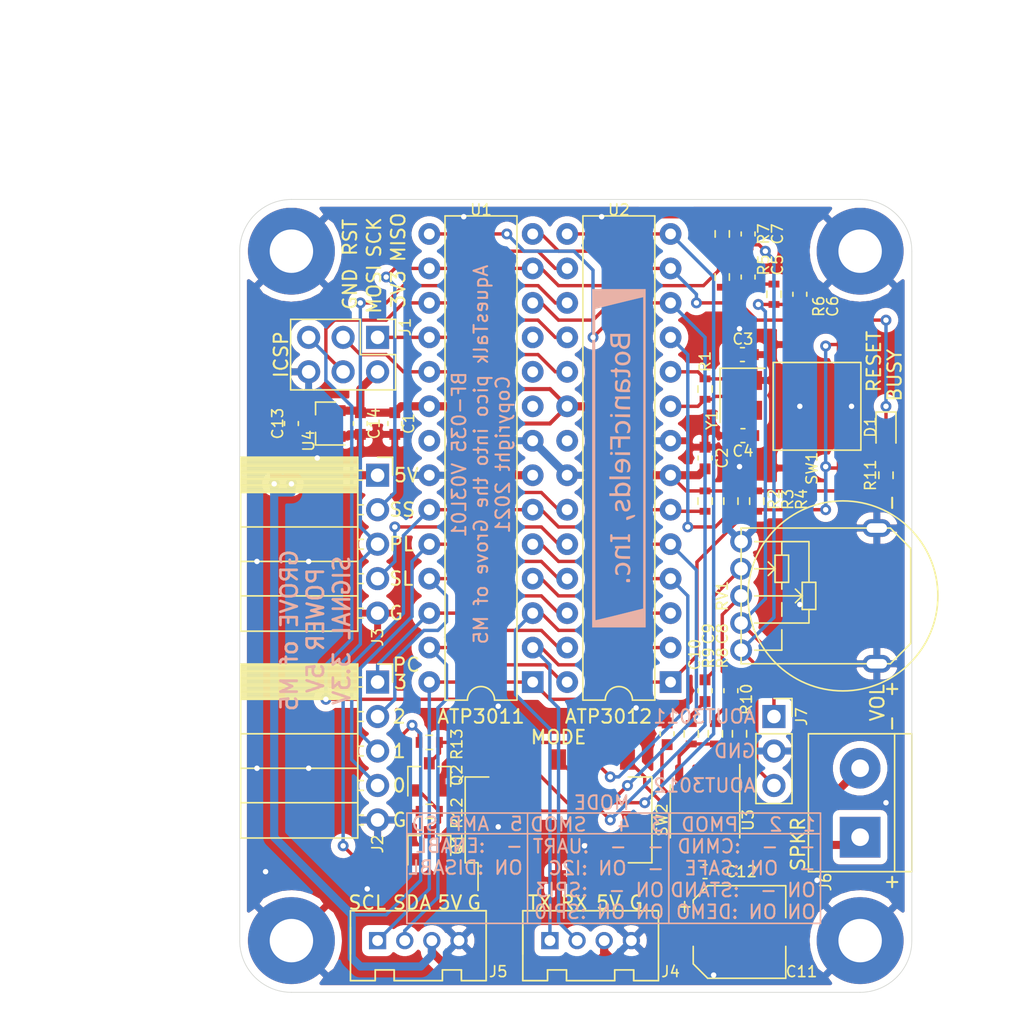
<source format=kicad_pcb>
(kicad_pcb (version 20171130) (host pcbnew "(5.1.12)-1")
  (title_block (title BF-035) (date 2022-01-27) (rev V03L01) (company "Copyright 2021 BotanicFields, Inc.") (comment 1 "AquesTalk pico LSI into the Grove of M5"))
  (layers (0 F.Cu signal) (31 B.Cu signal) (34 B.Paste user) (35 F.Paste user) (36 B.SilkS user) (37 F.SilkS user) (38 B.Mask user) (39 F.Mask user) (44 Edge.Cuts user))
  (net 0 "")
  (net 1 GND)
  (net 2 +3V3)
  (net 3 "Net-(C3-Pad1)")
  (net 4 "Net-(C5-Pad2)")
  (net 5 "Net-(C6-Pad2)")
  (net 6 "Net-(C7-Pad2)")
  (net 7 "Net-(C8-Pad2)")
  (net 8 "Net-(C8-Pad1)")
  (net 9 "Net-(C9-Pad2)")
  (net 10 +5V)
  (net 11 /~PLAY)
  (net 12 "Net-(D1-Pad2)")
  (net 13 /MISO)
  (net 14 /SCK)
  (net 15 /MOSI)
  (net 16 /~RESET)
  (net 17 /PC0)
  (net 18 /PC1)
  (net 19 /PC2)
  (net 20 /PC3)
  (net 21 /~SS)
  (net 22 /~SLEEP)
  (net 23 /RXD)
  (net 24 /TXD)
  (net 25 /SCL)
  (net 26 /SDA)
  (net 27 "Net-(J6-Pad1)")
  (net 28 "Net-(J6-Pad2)")
  (net 29 "Net-(Q1-Pad3)")
  (net 30 /SD)
  (net 31 /CLK16)
  (net 32 /AOUT_3011)
  (net 33 /AOUT_3012)
  (net 34 /SMOD0)
  (net 35 /SMOD1)
  (net 36 /PMOD0)
  (net 37 /PMOD1)
  (net 38 "Net-(U1-Pad21)")
  (net 39 "Net-(U1-Pad9)")
  (net 40 "Net-(U1-Pad10)")
  (net 41 /~TEST)
  (net 42 "Net-(U2-Pad21)")
  (net 43 "Net-(C4-Pad1)")
  (net 44 "Net-(C9-Pad1)")
  (net 45 "Net-(C10-Pad2)")
  (net 46 "Net-(R10-Pad2)")
  (module Connector_PinSocket_2.54mm:PinSocket_1x05_P2.54mm_Horizontal (layer F.Cu) (at 130.81 88.9)
    (fp_text reference J3 (at 0 11.938 90) (layer F.SilkS) (effects (font (size 0.8 0.8) (thickness 0.12))))
    (fp_text value CONTROL)
    (pad 5 thru_hole oval (at 0 10.16) (size 1.7 1.7) (drill 1) (layers *.Cu *.Mask) (net 1 GND))
    (pad 4 thru_hole oval (at 0 7.62) (size 1.7 1.7) (drill 1) (layers *.Cu *.Mask) (net 22 /~SLEEP))
    (pad 3 thru_hole oval (at 0 5.08) (size 1.7 1.7) (drill 1) (layers *.Cu *.Mask) (net 11 /~PLAY))
    (pad 2 thru_hole oval (at 0 2.54) (size 1.7 1.7) (drill 1) (layers *.Cu *.Mask) (net 21 /~SS))
    (pad 1 thru_hole rect (at 0 0) (size 1.7 1.7) (drill 1) (layers *.Cu *.Mask) (net 10 +5V))
  )
  (module Button_Switch_SMD:SW_DIP_SPSTx05_Slide_Omron_A6S-510x_W8.9mm_P2.54mm (layer F.Cu) (at 144.145 114.295 90)
    (fp_text reference SW2 (at -0.005 7.62 90) (layer F.SilkS) (effects (font (size 0.8 0.8) (thickness 0.12))))
    (fp_text value MODE)
    (pad 1 smd rect (at -4.45 -5.08 90) (size 1.5 1.1) (layers F.Cu F.Paste F.Mask) (net 1 GND))
    (pad 6 smd rect (at 4.45 5.08 90) (size 1.5 1.1) (layers F.Cu F.Paste F.Mask) (net 30 /SD))
    (pad 2 smd rect (at -4.45 -2.54 90) (size 1.5 1.1) (layers F.Cu F.Paste F.Mask) (net 1 GND))
    (pad 7 smd rect (at 4.45 2.54 90) (size 1.5 1.1) (layers F.Cu F.Paste F.Mask) (net 34 /SMOD0))
    (pad 3 smd rect (at -4.45 0 90) (size 1.5 1.1) (layers F.Cu F.Paste F.Mask) (net 1 GND))
    (pad 8 smd rect (at 4.45 0 90) (size 1.5 1.1) (layers F.Cu F.Paste F.Mask) (net 35 /SMOD1))
    (pad 4 smd rect (at -4.45 2.54 90) (size 1.5 1.1) (layers F.Cu F.Paste F.Mask) (net 1 GND))
    (pad 9 smd rect (at 4.45 -2.54 90) (size 1.5 1.1) (layers F.Cu F.Paste F.Mask) (net 36 /PMOD0))
    (pad 5 smd rect (at -4.45 5.08 90) (size 1.5 1.1) (layers F.Cu F.Paste F.Mask) (net 1 GND))
    (pad 10 smd rect (at 4.45 -5.08 90) (size 1.5 1.1) (layers F.Cu F.Paste F.Mask) (net 37 /PMOD1))
  )
  (module bf:BF@logo4 (layer B.Cu) (at 148.59 87.63 270)
    (fp_text reference G*** hide)
    (fp_text value LOGO hide)
  )
  (module bf:BF@R_0603_1608Metric (layer F.Cu) (at 157.48 107.95 90)
    (fp_text reference R10 (at 2.54 0.508 90) (layer F.SilkS) (effects (font (size 0.8 0.8) (thickness 0.12))))
    (fp_text value 68k)
    (pad 1 smd rect (at -0.75 0 90) (size 0.5 0.8) (layers F.Cu F.Paste F.Mask) (net 28 "Net-(J6-Pad2)"))
    (pad 2 smd rect (at 0.75 0 90) (size 0.5 0.8) (layers F.Cu F.Paste F.Mask) (net 46 "Net-(R10-Pad2)"))
  )
  (module bf:BF@CP_Elec_6.3x5.3 (layer F.Cu) (at 157.48 122.555)
    (fp_text reference C11 (at 4.572 2.921) (layer F.SilkS) (effects (font (size 0.8 0.8) (thickness 0.12))))
    (fp_text value 100u)
    (pad 1 smd rect (at -2.3 0) (size 3.4 1.2) (layers F.Cu F.Paste F.Mask) (net 10 +5V))
    (pad 2 smd rect (at 2.3 0) (size 3.4 1.2) (layers F.Cu F.Paste F.Mask) (net 1 GND))
  )
  (module MountingHole:MountingHole_3.2mm_M3_Pad (layer F.Cu) (at 166.37 72.39)
    (fp_text reference REF** hide)
    (fp_text value MountingHole_3.2mm_M3_Pad)
    (pad 1 thru_hole circle (at 0 0) (size 6.4 6.4) (drill 3.2) (layers *.Cu *.Mask) (net 1 GND))
  )
  (module MountingHole:MountingHole_3.2mm_M3_Pad (layer F.Cu) (at 166.37 123.19)
    (fp_text reference REF** hide)
    (fp_text value MountingHole_3.2mm_M3_Pad)
    (pad 1 thru_hole circle (at 0 0) (size 6.4 6.4) (drill 3.2) (layers *.Cu *.Mask) (net 1 GND))
  )
  (module MountingHole:MountingHole_3.2mm_M3_Pad (layer F.Cu) (at 124.46 123.19)
    (fp_text reference REF** hide)
    (fp_text value MountingHole_3.2mm_M3_Pad)
    (pad 1 thru_hole circle (at 0 0) (size 6.4 6.4) (drill 3.2) (layers *.Cu *.Mask) (net 1 GND))
  )
  (module MountingHole:MountingHole_3.2mm_M3_Pad (layer F.Cu) (at 124.46 72.39)
    (fp_text reference REF** hide)
    (fp_text value MountingHole_3.2mm_M3_Pad)
    (pad 1 thru_hole circle (at 0 0) (size 6.4 6.4) (drill 3.2) (layers *.Cu *.Mask) (net 1 GND))
  )
  (module bf:BF@C_0603_1608Metric (layer F.Cu) (at 132.08 85.09 270)
    (fp_text reference C1 (at 0 -1.016 90) (layer F.SilkS) (effects (font (size 0.8 0.8) (thickness 0.12))))
    (fp_text value 100n)
    (pad 2 smd rect (at 0.8 0 270) (size 0.8 0.8) (layers F.Cu F.Paste F.Mask) (net 1 GND))
    (pad 1 smd rect (at -0.8 0 270) (size 0.8 0.8) (layers F.Cu F.Paste F.Mask) (net 2 +3V3))
  )
  (module bf:BF@C_0603_1608Metric (layer F.Cu) (at 157.696 80.01)
    (fp_text reference C3 (at 0.038 -1.143) (layer F.SilkS) (effects (font (size 0.8 0.8) (thickness 0.12))))
    (fp_text value 10p)
    (pad 1 smd rect (at -0.8 0) (size 0.8 0.8) (layers F.Cu F.Paste F.Mask) (net 3 "Net-(C3-Pad1)"))
    (pad 2 smd rect (at 0.8 0) (size 0.8 0.8) (layers F.Cu F.Paste F.Mask) (net 1 GND))
  )
  (module bf:BF@C_0603_1608Metric (layer F.Cu) (at 157.734 85.979 180)
    (fp_text reference C4 (at 0 -1.143) (layer F.SilkS) (effects (font (size 0.8 0.8) (thickness 0.12))))
    (fp_text value 10p)
    (pad 2 smd rect (at 0.8 0 180) (size 0.8 0.8) (layers F.Cu F.Paste F.Mask) (net 1 GND))
    (pad 1 smd rect (at -0.8 0 180) (size 0.8 0.8) (layers F.Cu F.Paste F.Mask) (net 43 "Net-(C4-Pad1)"))
  )
  (module bf:BF@C_0603_1608Metric (layer F.Cu) (at 158.115 74.295 270)
    (fp_text reference C5 (at -0.889 -2.159 90) (layer F.SilkS) (effects (font (size 0.8 0.8) (thickness 0.12))))
    (fp_text value 100n)
    (pad 1 smd rect (at -0.8 0 270) (size 0.8 0.8) (layers F.Cu F.Paste F.Mask) (net 1 GND))
    (pad 2 smd rect (at 0.8 0 270) (size 0.8 0.8) (layers F.Cu F.Paste F.Mask) (net 4 "Net-(C5-Pad2)"))
  )
  (module bf:BF@C_0603_1608Metric (layer F.Cu) (at 161.925 75.565 270)
    (fp_text reference C6 (at 0.889 -2.413 90) (layer F.SilkS) (effects (font (size 0.8 0.8) (thickness 0.12))))
    (fp_text value 22n)
    (pad 2 smd rect (at 0.8 0 270) (size 0.8 0.8) (layers F.Cu F.Paste F.Mask) (net 5 "Net-(C6-Pad2)"))
    (pad 1 smd rect (at -0.8 0 270) (size 0.8 0.8) (layers F.Cu F.Paste F.Mask) (net 1 GND))
  )
  (module bf:BF@C_0603_1608Metric (layer F.Cu) (at 158.115 71.12 270)
    (fp_text reference C7 (at 0 -2.159 90) (layer F.SilkS) (effects (font (size 0.8 0.8) (thickness 0.12))))
    (fp_text value 10n)
    (pad 1 smd rect (at -0.8 0 270) (size 0.8 0.8) (layers F.Cu F.Paste F.Mask) (net 1 GND))
    (pad 2 smd rect (at 0.8 0 270) (size 0.8 0.8) (layers F.Cu F.Paste F.Mask) (net 6 "Net-(C7-Pad2)"))
  )
  (module bf:BF@C_0603_1608Metric (layer F.Cu) (at 156.845 104.775 90)
    (fp_text reference C8 (at 4.191 -0.635 90) (layer F.SilkS) (effects (font (size 0.8 0.8) (thickness 0.12))))
    (fp_text value 33n)
    (pad 1 smd rect (at -0.8 0 90) (size 0.8 0.8) (layers F.Cu F.Paste F.Mask) (net 8 "Net-(C8-Pad1)"))
    (pad 2 smd rect (at 0.8 0 90) (size 0.8 0.8) (layers F.Cu F.Paste F.Mask) (net 7 "Net-(C8-Pad2)"))
  )
  (module bf:BF@C_0603_1608Metric (layer F.Cu) (at 154.94 104.775 90)
    (fp_text reference C9 (at 4.191 0.254 90) (layer F.SilkS) (effects (font (size 0.8 0.8) (thickness 0.12))))
    (fp_text value 33n)
    (pad 2 smd rect (at 0.8 0 90) (size 0.8 0.8) (layers F.Cu F.Paste F.Mask) (net 9 "Net-(C9-Pad2)"))
    (pad 1 smd rect (at -0.8 0 90) (size 0.8 0.8) (layers F.Cu F.Paste F.Mask) (net 44 "Net-(C9-Pad1)"))
  )
  (module bf:BF@C_0603_1608Metric (layer F.Cu) (at 152.146 107.95 270)
    (fp_text reference C10 (at -5.842 -2.032 270) (layer F.SilkS) (effects (font (size 0.8 0.8) (thickness 0.12))))
    (fp_text value 1u)
    (pad 2 smd rect (at 0.8 0 270) (size 0.8 0.8) (layers F.Cu F.Paste F.Mask) (net 45 "Net-(C10-Pad2)"))
    (pad 1 smd rect (at -0.8 0 270) (size 0.8 0.8) (layers F.Cu F.Paste F.Mask) (net 1 GND))
  )
  (module bf:BF@C_0603_1608Metric (layer F.Cu) (at 154.94 118.11)
    (fp_text reference C12 (at 2.667 0) (layer F.SilkS) (effects (font (size 0.8 0.8) (thickness 0.12))))
    (fp_text value 100n)
    (pad 2 smd rect (at 0.8 0) (size 0.8 0.8) (layers F.Cu F.Paste F.Mask) (net 1 GND))
    (pad 1 smd rect (at -0.8 0) (size 0.8 0.8) (layers F.Cu F.Paste F.Mask) (net 10 +5V))
  )
  (module bf:BF@C_0603_1608Metric (layer F.Cu) (at 124.46 85.09 270)
    (fp_text reference C13 (at 0 1.016 90) (layer F.SilkS) (effects (font (size 0.8 0.8) (thickness 0.12))))
    (fp_text value 1u)
    (pad 1 smd rect (at -0.8 0 270) (size 0.8 0.8) (layers F.Cu F.Paste F.Mask) (net 10 +5V))
    (pad 2 smd rect (at 0.8 0 270) (size 0.8 0.8) (layers F.Cu F.Paste F.Mask) (net 1 GND))
  )
  (module bf:BF@C_0603_1608Metric (layer F.Cu) (at 129.54 85.09 270)
    (fp_text reference C14 (at 0 -1.016 90) (layer F.SilkS) (effects (font (size 0.8 0.8) (thickness 0.12))))
    (fp_text value 1u)
    (pad 1 smd rect (at -0.8 0 270) (size 0.8 0.8) (layers F.Cu F.Paste F.Mask) (net 2 +3V3))
    (pad 2 smd rect (at 0.8 0 270) (size 0.8 0.8) (layers F.Cu F.Paste F.Mask) (net 1 GND))
  )
  (module bf:BF@LED_0603_1608Metric (layer F.Cu) (at 168.275 85.725 270)
    (fp_text reference D1 (at -0.381 1.143 90) (layer F.SilkS) (effects (font (size 0.8 0.8) (thickness 0.12))))
    (fp_text value BUSY)
    (pad 1 smd rect (at -0.65 0 270) (size 0.5 0.9) (layers F.Cu F.Paste F.Mask) (net 11 /~PLAY))
    (pad 2 smd rect (at 0.65 0 270) (size 0.5 0.9) (layers F.Cu F.Paste F.Mask) (net 12 "Net-(D1-Pad2)"))
  )
  (module Connector_PinHeader_2.54mm:PinHeader_2x03_P2.54mm_Vertical (layer F.Cu) (at 130.81 78.74 270)
    (fp_text reference J1 (at -0.762 -2.032 90) (layer F.SilkS) (effects (font (size 0.8 0.8) (thickness 0.12))))
    (fp_text value ICSP)
    (pad 1 thru_hole rect (at 0 0 270) (size 1.7 1.7) (drill 1) (layers *.Cu *.Mask) (net 13 /MISO))
    (pad 2 thru_hole oval (at 2.54 0 270) (size 1.7 1.7) (drill 1) (layers *.Cu *.Mask) (net 2 +3V3))
    (pad 3 thru_hole oval (at 0 2.54 270) (size 1.7 1.7) (drill 1) (layers *.Cu *.Mask) (net 14 /SCK))
    (pad 4 thru_hole oval (at 2.54 2.54 270) (size 1.7 1.7) (drill 1) (layers *.Cu *.Mask) (net 15 /MOSI))
    (pad 5 thru_hole oval (at 0 5.08 270) (size 1.7 1.7) (drill 1) (layers *.Cu *.Mask) (net 16 /~RESET))
    (pad 6 thru_hole oval (at 2.54 5.08 270) (size 1.7 1.7) (drill 1) (layers *.Cu *.Mask) (net 1 GND))
  )
  (module bf:BF@TerminalBlock_2_P5.08mm_d1.3mm (layer F.Cu) (at 166.37 115.57 90)
    (fp_text reference J6 (at -3.302 -2.54 90) (layer F.SilkS) (effects (font (size 0.8 0.8) (thickness 0.12))))
    (fp_text value SPKR)
    (pad 1 thru_hole rect (at 0 0 90) (size 3 3) (drill 1.3) (layers *.Cu *.Mask) (net 27 "Net-(J6-Pad1)"))
    (pad 2 thru_hole circle (at 5.08 0 90) (size 3 3) (drill 1.3) (layers *.Cu *.Mask) (net 28 "Net-(J6-Pad2)"))
  )
  (module Package_TO_SOT_SMD:SOT-23 (layer F.Cu) (at 134.62 116.205 90)
    (fp_text reference Q1 (at 0.127 2.032 90) (layer F.SilkS) (effects (font (size 0.8 0.8) (thickness 0.12))))
    (fp_text value DTC143Z)
    (pad 1 smd rect (at -1 -0.95 90) (size 0.9 0.8) (layers F.Cu F.Paste F.Mask) (net 11 /~PLAY))
    (pad 2 smd rect (at -1 0.95 90) (size 0.9 0.8) (layers F.Cu F.Paste F.Mask) (net 1 GND))
    (pad 3 smd rect (at 1 0 90) (size 0.9 0.8) (layers F.Cu F.Paste F.Mask) (net 29 "Net-(Q1-Pad3)"))
  )
  (module Package_TO_SOT_SMD:SOT-23 (layer F.Cu) (at 134.62 111.125 90)
    (fp_text reference Q2 (at 0.127 2.032 270) (layer F.SilkS) (effects (font (size 0.8 0.8) (thickness 0.12))))
    (fp_text value DTC143Z)
    (pad 3 smd rect (at 1 0 90) (size 0.9 0.8) (layers F.Cu F.Paste F.Mask) (net 30 /SD))
    (pad 2 smd rect (at -1 0.95 90) (size 0.9 0.8) (layers F.Cu F.Paste F.Mask) (net 1 GND))
    (pad 1 smd rect (at -1 -0.95 90) (size 0.9 0.8) (layers F.Cu F.Paste F.Mask) (net 29 "Net-(Q1-Pad3)"))
  )
  (module bf:BF@R_0603_1608Metric (layer F.Cu) (at 154.94 82.55 90)
    (fp_text reference R1 (at 2.032 0 90) (layer F.SilkS) (effects (font (size 0.8 0.8) (thickness 0.12))))
    (fp_text value 1M)
    (pad 1 smd rect (at -0.75 0 90) (size 0.5 0.8) (layers F.Cu F.Paste F.Mask) (net 43 "Net-(C4-Pad1)"))
    (pad 2 smd rect (at 0.75 0 90) (size 0.5 0.8) (layers F.Cu F.Paste F.Mask) (net 3 "Net-(C3-Pad1)"))
  )
  (module bf:BF@R_0603_1608Metric (layer F.Cu) (at 154.94 90.805 90)
    (fp_text reference R2 (at 0.127 5.08 90) (layer F.SilkS) (effects (font (size 0.8 0.8) (thickness 0.12))))
    (fp_text value 10k)
    (pad 2 smd rect (at 0.75 0 90) (size 0.5 0.8) (layers F.Cu F.Paste F.Mask) (net 2 +3V3))
    (pad 1 smd rect (at -0.75 0 90) (size 0.5 0.8) (layers F.Cu F.Paste F.Mask) (net 22 /~SLEEP))
  )
  (module bf:BF@R_0603_1608Metric (layer F.Cu) (at 156.845 90.805 90)
    (fp_text reference R3 (at 0.127 4.191 90) (layer F.SilkS) (effects (font (size 0.8 0.8) (thickness 0.12))))
    (fp_text value 10k)
    (pad 2 smd rect (at 0.75 0 90) (size 0.5 0.8) (layers F.Cu F.Paste F.Mask) (net 2 +3V3))
    (pad 1 smd rect (at -0.75 0 90) (size 0.5 0.8) (layers F.Cu F.Paste F.Mask) (net 31 /CLK16))
  )
  (module bf:BF@R_0603_1608Metric (layer F.Cu) (at 156.21 74.295 90)
    (fp_text reference R5 (at 0.889 3.048 90) (layer F.SilkS) (effects (font (size 0.8 0.8) (thickness 0.12))))
    (fp_text value 470)
    (pad 2 smd rect (at 0.75 0 90) (size 0.5 0.8) (layers F.Cu F.Paste F.Mask) (net 32 /AOUT_3011))
    (pad 1 smd rect (at -0.75 0 90) (size 0.5 0.8) (layers F.Cu F.Paste F.Mask) (net 4 "Net-(C5-Pad2)"))
  )
  (module bf:BF@R_0603_1608Metric (layer F.Cu) (at 160.02 75.565 90)
    (fp_text reference R6 (at -0.889 3.302 90) (layer F.SilkS) (effects (font (size 0.8 0.8) (thickness 0.12))))
    (fp_text value 2.2k)
    (pad 1 smd rect (at -0.75 0 90) (size 0.5 0.8) (layers F.Cu F.Paste F.Mask) (net 5 "Net-(C6-Pad2)"))
    (pad 2 smd rect (at 0.75 0 90) (size 0.5 0.8) (layers F.Cu F.Paste F.Mask) (net 4 "Net-(C5-Pad2)"))
  )
  (module bf:BF@R_0603_1608Metric (layer F.Cu) (at 156.21 71.12 90)
    (fp_text reference R7 (at 0 3.048 90) (layer F.SilkS) (effects (font (size 0.8 0.8) (thickness 0.12))))
    (fp_text value 3.3k)
    (pad 2 smd rect (at 0.75 0 90) (size 0.5 0.8) (layers F.Cu F.Paste F.Mask) (net 33 /AOUT_3012))
    (pad 1 smd rect (at -0.75 0 90) (size 0.5 0.8) (layers F.Cu F.Paste F.Mask) (net 6 "Net-(C7-Pad2)"))
  )
  (module bf:BF@R_0603_1608Metric (layer F.Cu) (at 155.702 107.95 90)
    (fp_text reference R8 (at 5.588 0.508 90) (layer F.SilkS) (effects (font (size 0.8 0.8) (thickness 0.12))))
    (fp_text value 22k)
    (pad 2 smd rect (at 0.75 0 90) (size 0.5 0.8) (layers F.Cu F.Paste F.Mask) (net 8 "Net-(C8-Pad1)"))
    (pad 1 smd rect (at -0.75 0 90) (size 0.5 0.8) (layers F.Cu F.Paste F.Mask) (net 46 "Net-(R10-Pad2)"))
  )
  (module bf:BF@R_0603_1608Metric (layer F.Cu) (at 153.924 107.95 90)
    (fp_text reference R9 (at 5.588 1.27 90) (layer F.SilkS) (effects (font (size 0.8 0.8) (thickness 0.12))))
    (fp_text value 22k)
    (pad 1 smd rect (at -0.75 0 90) (size 0.5 0.8) (layers F.Cu F.Paste F.Mask) (net 46 "Net-(R10-Pad2)"))
    (pad 2 smd rect (at 0.75 0 90) (size 0.5 0.8) (layers F.Cu F.Paste F.Mask) (net 44 "Net-(C9-Pad1)"))
  )
  (module bf:BF@R_0603_1608Metric (layer F.Cu) (at 168.275 88.9 90)
    (fp_text reference R11 (at 0 -1.143 90) (layer F.SilkS) (effects (font (size 0.8 0.8) (thickness 0.12))))
    (fp_text value 2.2k)
    (pad 1 smd rect (at -0.75 0 90) (size 0.5 0.8) (layers F.Cu F.Paste F.Mask) (net 2 +3V3))
    (pad 2 smd rect (at 0.75 0 90) (size 0.5 0.8) (layers F.Cu F.Paste F.Mask) (net 12 "Net-(D1-Pad2)"))
  )
  (module bf:BF@R_0603_1608Metric (layer F.Cu) (at 134.62 113.665)
    (fp_text reference R12 (at 2.032 0.127 90) (layer F.SilkS) (effects (font (size 0.8 0.8) (thickness 0.12))))
    (fp_text value 10k)
    (pad 2 smd rect (at 0.75 0) (size 0.5 0.8) (layers F.Cu F.Paste F.Mask) (net 29 "Net-(Q1-Pad3)"))
    (pad 1 smd rect (at -0.75 0) (size 0.5 0.8) (layers F.Cu F.Paste F.Mask) (net 10 +5V))
  )
  (module bf:BF@R_0603_1608Metric (layer F.Cu) (at 134.62 108.585)
    (fp_text reference R13 (at 2.032 0.127 90) (layer F.SilkS) (effects (font (size 0.8 0.8) (thickness 0.12))))
    (fp_text value 10k)
    (pad 1 smd rect (at -0.75 0) (size 0.5 0.8) (layers F.Cu F.Paste F.Mask) (net 10 +5V))
    (pad 2 smd rect (at 0.75 0) (size 0.5 0.8) (layers F.Cu F.Paste F.Mask) (net 30 /SD))
  )
  (module bf:BF@R_0603_1608Metric (layer F.Cu) (at 158.75 90.805 90)
    (fp_text reference R4 (at 0.127 3.302 90) (layer F.SilkS) (effects (font (size 0.8 0.8) (thickness 0.12))))
    (fp_text value 10k)
    (pad 1 smd rect (at -0.75 0 90) (size 0.5 0.8) (layers F.Cu F.Paste F.Mask) (net 16 /~RESET))
    (pad 2 smd rect (at 0.75 0 90) (size 0.5 0.8) (layers F.Cu F.Paste F.Mask) (net 2 +3V3))
  )
  (module bf:BF@RK10J (layer F.Cu) (at 165.1 97.79 270)
    (fp_text reference RV1 (at 0 8.89 90) (layer F.SilkS) (effects (font (size 0.8 0.8) (thickness 0.12))))
    (fp_text value 10kA)
    (pad 1 thru_hole circle (at -4 7.5 270) (size 1.6 1.6) (drill 1) (layers *.Cu *.Mask) (net 1 GND))
    (pad 2 thru_hole circle (at -2 7.5 270) (size 1.6 1.6) (drill 1) (layers *.Cu *.Mask) (net 9 "Net-(C9-Pad2)"))
    (pad 3 thru_hole circle (at 0 7.5 270) (size 1.6 1.6) (drill 1) (layers *.Cu *.Mask) (net 7 "Net-(C8-Pad2)"))
    (pad 4 thru_hole circle (at 2 7.5 270) (size 1.6 1.6) (drill 1) (layers *.Cu *.Mask) (net 5 "Net-(C6-Pad2)"))
    (pad 5 thru_hole circle (at 4 7.5 270) (size 1.6 1.6) (drill 1) (layers *.Cu *.Mask) (net 6 "Net-(C7-Pad2)"))
    (pad 6 thru_hole oval (at -5 -2.5 270) (size 1.3 2.1) (drill oval 0.7 1.5) (layers *.Cu *.Mask) (net 1 GND))
    (pad 6 thru_hole oval (at 5 -2.5 270) (size 1.3 2.1) (drill oval 0.7 1.5) (layers *.Cu *.Mask) (net 1 GND))
  )
  (module bf:BF@K2-6639SP (layer F.Cu) (at 163.195 83.82 270)
    (fp_text reference SW1 (at 4.572 0.381 90) (layer F.SilkS) (effects (font (size 0.8 0.8) (thickness 0.12))))
    (fp_text value SW_Push)
    (pad 2 smd rect (at -4.55 1.95 270) (size 1.9 1) (layers F.Cu F.Paste F.Mask) (net 1 GND))
    (pad 1 smd rect (at -4.55 -1.95 270) (size 1.9 1) (layers F.Cu F.Paste F.Mask) (net 16 /~RESET))
    (pad 1 smd rect (at 4.55 -1.95 270) (size 1.9 1) (layers F.Cu F.Paste F.Mask) (net 16 /~RESET))
    (pad 2 smd rect (at 4.55 1.95 270) (size 1.9 1) (layers F.Cu F.Paste F.Mask) (net 1 GND))
  )
  (module Package_DIP:DIP-28_W7.62mm (layer F.Cu) (at 142.24 104.14 180)
    (fp_text reference U1 (at 3.81 34.798) (layer F.SilkS) (effects (font (size 0.8 0.8) (thickness 0.12))))
    (fp_text value ATP3011)
    (pad 1 thru_hole rect (at 0 0 180) (size 1.6 1.6) (drill 0.8) (layers *.Cu *.Mask) (net 16 /~RESET))
    (pad 15 thru_hole oval (at 7.62 33.02 180) (size 1.6 1.6) (drill 0.8) (layers *.Cu *.Mask) (net 37 /PMOD1))
    (pad 2 thru_hole oval (at 0 2.54 180) (size 1.6 1.6) (drill 0.8) (layers *.Cu *.Mask) (net 23 /RXD))
    (pad 16 thru_hole oval (at 7.62 30.48 180) (size 1.6 1.6) (drill 0.8) (layers *.Cu *.Mask) (net 21 /~SS))
    (pad 3 thru_hole oval (at 0 5.08 180) (size 1.6 1.6) (drill 0.8) (layers *.Cu *.Mask) (net 24 /TXD))
    (pad 17 thru_hole oval (at 7.62 27.94 180) (size 1.6 1.6) (drill 0.8) (layers *.Cu *.Mask) (net 15 /MOSI))
    (pad 4 thru_hole oval (at 0 7.62 180) (size 1.6 1.6) (drill 0.8) (layers *.Cu *.Mask) (net 34 /SMOD0))
    (pad 18 thru_hole oval (at 7.62 25.4 180) (size 1.6 1.6) (drill 0.8) (layers *.Cu *.Mask) (net 13 /MISO))
    (pad 5 thru_hole oval (at 0 10.16 180) (size 1.6 1.6) (drill 0.8) (layers *.Cu *.Mask) (net 35 /SMOD1))
    (pad 19 thru_hole oval (at 7.62 22.86 180) (size 1.6 1.6) (drill 0.8) (layers *.Cu *.Mask) (net 14 /SCK))
    (pad 6 thru_hole oval (at 0 12.7 180) (size 1.6 1.6) (drill 0.8) (layers *.Cu *.Mask) (net 22 /~SLEEP))
    (pad 20 thru_hole oval (at 7.62 20.32 180) (size 1.6 1.6) (drill 0.8) (layers *.Cu *.Mask) (net 2 +3V3))
    (pad 7 thru_hole oval (at 0 15.24 180) (size 1.6 1.6) (drill 0.8) (layers *.Cu *.Mask) (net 2 +3V3))
    (pad 21 thru_hole oval (at 7.62 17.78 180) (size 1.6 1.6) (drill 0.8) (layers *.Cu *.Mask) (net 38 "Net-(U1-Pad21)"))
    (pad 8 thru_hole oval (at 0 17.78 180) (size 1.6 1.6) (drill 0.8) (layers *.Cu *.Mask) (net 1 GND))
    (pad 22 thru_hole oval (at 7.62 15.24 180) (size 1.6 1.6) (drill 0.8) (layers *.Cu *.Mask) (net 1 GND))
    (pad 9 thru_hole oval (at 0 20.32 180) (size 1.6 1.6) (drill 0.8) (layers *.Cu *.Mask) (net 39 "Net-(U1-Pad9)"))
    (pad 23 thru_hole oval (at 7.62 12.7 180) (size 1.6 1.6) (drill 0.8) (layers *.Cu *.Mask) (net 17 /PC0))
    (pad 10 thru_hole oval (at 0 22.86 180) (size 1.6 1.6) (drill 0.8) (layers *.Cu *.Mask) (net 40 "Net-(U1-Pad10)"))
    (pad 24 thru_hole oval (at 7.62 10.16 180) (size 1.6 1.6) (drill 0.8) (layers *.Cu *.Mask) (net 18 /PC1))
    (pad 11 thru_hole oval (at 0 25.4 180) (size 1.6 1.6) (drill 0.8) (layers *.Cu *.Mask) (net 41 /~TEST))
    (pad 25 thru_hole oval (at 7.62 7.62 180) (size 1.6 1.6) (drill 0.8) (layers *.Cu *.Mask) (net 19 /PC2))
    (pad 12 thru_hole oval (at 0 27.94 180) (size 1.6 1.6) (drill 0.8) (layers *.Cu *.Mask) (net 32 /AOUT_3011))
    (pad 26 thru_hole oval (at 7.62 5.08 180) (size 1.6 1.6) (drill 0.8) (layers *.Cu *.Mask) (net 20 /PC3))
    (pad 13 thru_hole oval (at 0 30.48 180) (size 1.6 1.6) (drill 0.8) (layers *.Cu *.Mask) (net 11 /~PLAY))
    (pad 27 thru_hole oval (at 7.62 2.54 180) (size 1.6 1.6) (drill 0.8) (layers *.Cu *.Mask) (net 26 /SDA))
    (pad 14 thru_hole oval (at 0 33.02 180) (size 1.6 1.6) (drill 0.8) (layers *.Cu *.Mask) (net 36 /PMOD0))
    (pad 28 thru_hole oval (at 7.62 0 180) (size 1.6 1.6) (drill 0.8) (layers *.Cu *.Mask) (net 25 /SCL))
  )
  (module Package_DIP:DIP-28_W7.62mm (layer F.Cu) (at 152.4 104.14 180)
    (fp_text reference U2 (at 3.81 34.798) (layer F.SilkS) (effects (font (size 0.8 0.8) (thickness 0.12))))
    (fp_text value ATP3012)
    (pad 28 thru_hole oval (at 7.62 0 180) (size 1.6 1.6) (drill 0.8) (layers *.Cu *.Mask) (net 25 /SCL))
    (pad 14 thru_hole oval (at 0 33.02 180) (size 1.6 1.6) (drill 0.8) (layers *.Cu *.Mask) (net 36 /PMOD0))
    (pad 27 thru_hole oval (at 7.62 2.54 180) (size 1.6 1.6) (drill 0.8) (layers *.Cu *.Mask) (net 26 /SDA))
    (pad 13 thru_hole oval (at 0 30.48 180) (size 1.6 1.6) (drill 0.8) (layers *.Cu *.Mask) (net 11 /~PLAY))
    (pad 26 thru_hole oval (at 7.62 5.08 180) (size 1.6 1.6) (drill 0.8) (layers *.Cu *.Mask) (net 20 /PC3))
    (pad 12 thru_hole oval (at 0 27.94 180) (size 1.6 1.6) (drill 0.8) (layers *.Cu *.Mask) (net 37 /PMOD1))
    (pad 25 thru_hole oval (at 7.62 7.62 180) (size 1.6 1.6) (drill 0.8) (layers *.Cu *.Mask) (net 19 /PC2))
    (pad 11 thru_hole oval (at 0 25.4 180) (size 1.6 1.6) (drill 0.8) (layers *.Cu *.Mask) (net 31 /CLK16))
    (pad 24 thru_hole oval (at 7.62 10.16 180) (size 1.6 1.6) (drill 0.8) (layers *.Cu *.Mask) (net 18 /PC1))
    (pad 10 thru_hole oval (at 0 22.86 180) (size 1.6 1.6) (drill 0.8) (layers *.Cu *.Mask) (net 3 "Net-(C3-Pad1)"))
    (pad 23 thru_hole oval (at 7.62 12.7 180) (size 1.6 1.6) (drill 0.8) (layers *.Cu *.Mask) (net 17 /PC0))
    (pad 9 thru_hole oval (at 0 20.32 180) (size 1.6 1.6) (drill 0.8) (layers *.Cu *.Mask) (net 43 "Net-(C4-Pad1)"))
    (pad 22 thru_hole oval (at 7.62 15.24 180) (size 1.6 1.6) (drill 0.8) (layers *.Cu *.Mask) (net 1 GND))
    (pad 8 thru_hole oval (at 0 17.78 180) (size 1.6 1.6) (drill 0.8) (layers *.Cu *.Mask) (net 1 GND))
    (pad 21 thru_hole oval (at 7.62 17.78 180) (size 1.6 1.6) (drill 0.8) (layers *.Cu *.Mask) (net 42 "Net-(U2-Pad21)"))
    (pad 7 thru_hole oval (at 0 15.24 180) (size 1.6 1.6) (drill 0.8) (layers *.Cu *.Mask) (net 2 +3V3))
    (pad 20 thru_hole oval (at 7.62 20.32 180) (size 1.6 1.6) (drill 0.8) (layers *.Cu *.Mask) (net 2 +3V3))
    (pad 6 thru_hole oval (at 0 12.7 180) (size 1.6 1.6) (drill 0.8) (layers *.Cu *.Mask) (net 22 /~SLEEP))
    (pad 19 thru_hole oval (at 7.62 22.86 180) (size 1.6 1.6) (drill 0.8) (layers *.Cu *.Mask) (net 14 /SCK))
    (pad 5 thru_hole oval (at 0 10.16 180) (size 1.6 1.6) (drill 0.8) (layers *.Cu *.Mask) (net 35 /SMOD1))
    (pad 18 thru_hole oval (at 7.62 25.4 180) (size 1.6 1.6) (drill 0.8) (layers *.Cu *.Mask) (net 13 /MISO))
    (pad 4 thru_hole oval (at 0 7.62 180) (size 1.6 1.6) (drill 0.8) (layers *.Cu *.Mask) (net 34 /SMOD0))
    (pad 17 thru_hole oval (at 7.62 27.94 180) (size 1.6 1.6) (drill 0.8) (layers *.Cu *.Mask) (net 15 /MOSI))
    (pad 3 thru_hole oval (at 0 5.08 180) (size 1.6 1.6) (drill 0.8) (layers *.Cu *.Mask) (net 24 /TXD))
    (pad 16 thru_hole oval (at 7.62 30.48 180) (size 1.6 1.6) (drill 0.8) (layers *.Cu *.Mask) (net 21 /~SS))
    (pad 2 thru_hole oval (at 0 2.54 180) (size 1.6 1.6) (drill 0.8) (layers *.Cu *.Mask) (net 23 /RXD))
    (pad 15 thru_hole oval (at 7.62 33.02 180) (size 1.6 1.6) (drill 0.8) (layers *.Cu *.Mask) (net 33 /AOUT_3012))
    (pad 1 thru_hole rect (at 0 0 180) (size 1.6 1.6) (drill 0.8) (layers *.Cu *.Mask) (net 16 /~RESET))
  )
  (module Package_SO:SOIC-8_3.9x4.9mm_P1.27mm (layer F.Cu) (at 154.94 113.665 270)
    (fp_text reference U3 (at 0.635 -3.175 90) (layer F.SilkS) (effects (font (size 0.8 0.8) (thickness 0.12))))
    (fp_text value LM4871)
    (pad 1 smd roundrect (at -2.475 -1.905 270) (size 1.95 0.6) (layers F.Cu F.Paste F.Mask) (net 30 /SD))
    (pad 2 smd roundrect (at -2.475 -0.635 270) (size 1.95 0.6) (layers F.Cu F.Paste F.Mask) (net 45 "Net-(C10-Pad2)"))
    (pad 3 smd roundrect (at -2.475 0.635 270) (size 1.95 0.6) (layers F.Cu F.Paste F.Mask) (net 45 "Net-(C10-Pad2)"))
    (pad 4 smd roundrect (at -2.475 1.905 270) (size 1.95 0.6) (layers F.Cu F.Paste F.Mask) (net 46 "Net-(R10-Pad2)"))
    (pad 5 smd roundrect (at 2.475 1.905 270) (size 1.95 0.6) (layers F.Cu F.Paste F.Mask) (net 28 "Net-(J6-Pad2)"))
    (pad 6 smd roundrect (at 2.475 0.635 270) (size 1.95 0.6) (layers F.Cu F.Paste F.Mask) (net 10 +5V))
    (pad 7 smd roundrect (at 2.475 -0.635 270) (size 1.95 0.6) (layers F.Cu F.Paste F.Mask) (net 1 GND))
    (pad 8 smd roundrect (at 2.475 -1.905 270) (size 1.95 0.6) (layers F.Cu F.Paste F.Mask) (net 27 "Net-(J6-Pad1)"))
  )
  (module Package_TO_SOT_SMD:SOT-23 (layer F.Cu) (at 127 85.09 180)
    (fp_text reference U4 (at 1.27 -1.27 90) (layer F.SilkS) (effects (font (size 0.8 0.8) (thickness 0.12))))
    (fp_text value XC6206P332MR)
    (pad 1 smd rect (at -1 -0.95 180) (size 0.9 0.8) (layers F.Cu F.Paste F.Mask) (net 1 GND))
    (pad 2 smd rect (at -1 0.95 180) (size 0.9 0.8) (layers F.Cu F.Paste F.Mask) (net 2 +3V3))
    (pad 3 smd rect (at 1 0 180) (size 0.9 0.8) (layers F.Cu F.Paste F.Mask) (net 10 +5V))
  )
  (module Crystal:Crystal_SMD_3225-4Pin_3.2x2.5mm (layer F.Cu) (at 157.695 83.015 270)
    (fp_text reference Y1 (at 1.821 2.247 270) (layer F.SilkS) (effects (font (size 0.8 0.8) (thickness 0.12))))
    (fp_text value 16MHz)
    (pad 1 smd rect (at -1.1 0.85 270) (size 1.4 1.2) (layers F.Cu F.Paste F.Mask) (net 3 "Net-(C3-Pad1)"))
    (pad 2 smd rect (at 1.1 0.85 270) (size 1.4 1.2) (layers F.Cu F.Paste F.Mask) (net 1 GND))
    (pad 3 smd rect (at 1.1 -0.85 270) (size 1.4 1.2) (layers F.Cu F.Paste F.Mask) (net 43 "Net-(C4-Pad1)"))
    (pad 4 smd rect (at -1.1 -0.85 270) (size 1.4 1.2) (layers F.Cu F.Paste F.Mask) (net 1 GND))
  )
  (module OPL_Connector:HW4-2.0 (layer F.Cu) (at 146.50974 123.19)
    (fp_text reference J4 (at 5.89026 2.286) (layer F.SilkS) (effects (font (size 0.8 0.8) (thickness 0.12))))
    (fp_text value "Grove UART")
    (pad 4 thru_hole circle (at 2.99974 0) (size 1.27 1.27) (drill 0.79756) (layers *.Cu *.Mask) (net 1 GND))
    (pad 3 thru_hole circle (at 0.99822 0) (size 1.27 1.27) (drill 0.79756) (layers *.Cu *.Mask) (net 10 +5V))
    (pad 2 thru_hole circle (at -0.99822 0) (size 1.27 1.27) (drill 0.79756) (layers *.Cu *.Mask) (net 23 /RXD))
    (pad 1 thru_hole rect (at -2.99974 0) (size 1.27 1.27) (drill 0.79756) (layers *.Cu *.Mask) (net 24 /TXD))
  )
  (module OPL_Connector:HW4-2.0 (layer F.Cu) (at 133.80974 123.19)
    (fp_text reference J5 (at 5.89026 2.286) (layer F.SilkS) (effects (font (size 0.8 0.8) (thickness 0.12))))
    (fp_text value "Grove I2C")
    (pad 1 thru_hole rect (at -2.99974 0) (size 1.27 1.27) (drill 0.79756) (layers *.Cu *.Mask) (net 25 /SCL))
    (pad 2 thru_hole circle (at -0.99822 0) (size 1.27 1.27) (drill 0.79756) (layers *.Cu *.Mask) (net 26 /SDA))
    (pad 3 thru_hole circle (at 0.99822 0) (size 1.27 1.27) (drill 0.79756) (layers *.Cu *.Mask) (net 10 +5V))
    (pad 4 thru_hole circle (at 2.99974 0) (size 1.27 1.27) (drill 0.79756) (layers *.Cu *.Mask) (net 1 GND))
  )
  (module bf:BF@C_0603_1608Metric (layer F.Cu) (at 154.94 87.63 90)
    (fp_text reference C2 (at 0 1.27 90) (layer F.SilkS) (effects (font (size 0.8 0.8) (thickness 0.12))))
    (fp_text value 100n)
    (pad 1 smd rect (at -0.8 0 90) (size 0.8 0.8) (layers F.Cu F.Paste F.Mask) (net 2 +3V3))
    (pad 2 smd rect (at 0.8 0 90) (size 0.8 0.8) (layers F.Cu F.Paste F.Mask) (net 1 GND))
  )
  (module Connector_PinSocket_2.54mm:PinSocket_1x05_P2.54mm_Horizontal (layer F.Cu) (at 130.81 104.14)
    (fp_text reference J2 (at 0 11.938 90) (layer F.SilkS) (effects (font (size 0.8 0.8) (thickness 0.12))))
    (fp_text value PRESET)
    (pad 1 thru_hole rect (at 0 0) (size 1.7 1.7) (drill 1) (layers *.Cu *.Mask) (net 20 /PC3))
    (pad 2 thru_hole oval (at 0 2.54) (size 1.7 1.7) (drill 1) (layers *.Cu *.Mask) (net 19 /PC2))
    (pad 3 thru_hole oval (at 0 5.08) (size 1.7 1.7) (drill 1) (layers *.Cu *.Mask) (net 18 /PC1))
    (pad 4 thru_hole oval (at 0 7.62) (size 1.7 1.7) (drill 1) (layers *.Cu *.Mask) (net 17 /PC0))
    (pad 5 thru_hole oval (at 0 10.16) (size 1.7 1.7) (drill 1) (layers *.Cu *.Mask) (net 1 GND))
  )
  (module Connector_PinSocket_2.54mm:PinSocket_1x03_P2.54mm_Vertical (layer F.Cu) (at 160.02 106.68)
    (fp_text reference J7 (at 2.032 0 90) (layer F.SilkS) (effects (font (size 0.8 0.8) (thickness 0.12))))
    (fp_text value AOUT)
    (pad 1 thru_hole rect (at 0 0) (size 1.7 1.7) (drill 1) (layers *.Cu *.Mask) (net 5 "Net-(C6-Pad2)"))
    (pad 2 thru_hole oval (at 0 2.54) (size 1.7 1.7) (drill 1) (layers *.Cu *.Mask) (net 1 GND))
    (pad 3 thru_hole oval (at 0 5.08) (size 1.7 1.7) (drill 1) (layers *.Cu *.Mask) (net 6 "Net-(C7-Pad2)"))
  )
  (gr_text GND (at 158.75 109.22) (layer B.SilkS) (effects (font (size 1 1)) (justify left mirror)))
  (gr_text AOUT3012 (at 158.75 111.76) (layer B.SilkS) (effects (font (size 1 1)) (justify left mirror)))
  (gr_text AOUT3011 (at 158.75 106.68) (layer B.SilkS) (effects (font (size 1 1)) (justify left mirror)))
  (gr_line (start 141.859 113.792) (end 141.859 121.92) (layer B.SilkS) (width 0.12))
  (gr_line (start 152.273 113.792) (end 152.273 121.92) (layer B.SilkS) (width 0.12))
  (gr_line (start 132.969 115.316) (end 163.449 115.316) (layer B.SilkS) (width 0.12))
  (gr_line (start 132.969 121.92) (end 132.969 113.792) (layer B.SilkS) (width 0.12))
  (gr_line (start 163.449 121.92) (end 132.969 121.92) (layer B.SilkS) (width 0.12))
  (gr_line (start 163.449 113.792) (end 163.449 121.92) (layer B.SilkS) (width 0.12))
  (gr_line (start 132.969 113.792) (end 163.449 113.792) (layer B.SilkS) (width 0.12))
  (gr_text GND (at 128.778 75.184 90) (layer F.SilkS) (effects (font (size 1 1))))
  (gr_text 3V3 (at 132.334 75.184 90) (layer F.SilkS) (effects (font (size 1 1))))
  (gr_text MISO (at 132.334 71.374 90) (layer F.SilkS) (effects (font (size 1 1))))
  (gr_text MOSI (at 130.556 75.184 90) (layer F.SilkS) (effects (font (size 1 1))))
  (gr_text SCK (at 130.556 71.374 90) (layer F.SilkS) (effects (font (size 1 1))))
  (gr_text PC (at 131.826 102.87) (layer F.SilkS) (effects (font (size 1 1)) (justify left)))
  (gr_text 3 (at 131.92 104.14) (layer F.SilkS) (effects (font (size 1 1)) (justify left)))
  (gr_text 2 (at 131.826 106.68) (layer F.SilkS) (effects (font (size 1 1)) (justify left)))
  (gr_text 1 (at 131.826 109.22) (layer F.SilkS) (effects (font (size 1 1)) (justify left)))
  (gr_text G (at 131.826 114.3) (layer F.SilkS) (effects (font (size 1 1)) (justify left)))
  (gr_text 5V (at 131.92 88.9) (layer F.SilkS) (effects (font (size 1 1)) (justify left)))
  (gr_text MODE (at 147.32 113.03) (layer B.SilkS) (effects (font (size 1 1)) (justify mirror)))
  (gr_text "5  AMP SD\n-  :ENABL\nON :DISABL" (at 141.605 116.205) (layer B.SilkS) (effects (font (size 1 1)) (justify left mirror)))
  (gr_text "3  4   SMOD\n-  -  :UART\n-  ON :I2C\nON -  :SPI3\nON ON :SPI0" (at 152.019 117.856) (layer B.SilkS) (effects (font (size 1 1)) (justify left mirror)))
  (gr_text "1  2   PMOD\n-  -  :CMND\n-  ON :SAFE\nON -  :STAND\nON ON :DEMO" (at 163.195 117.856) (layer B.SilkS) (effects (font (size 1 1)) (justify left mirror)))
  (gr_text "GROVE of M5\nPOWER 5V\nSIGNAL 3.3V" (at 126.238 100.33 90) (layer B.SilkS) (effects (font (size 1.2 1.2) (thickness 0.2)) (justify mirror)))
  (gr_text "BF-035 V03L01\nAquesTalk pico into the Grove of M5\nCopyright 2021" (at 138.43 87.376 90) (layer B.SilkS) (effects (font (size 1 1)) (justify mirror)))
  (gr_text ATP3012 (at 147.828 106.68) (layer F.SilkS) (effects (font (size 1 1))))
  (gr_text ATP3011 (at 138.43 106.68) (layer F.SilkS) (effects (font (size 1 1))))
  (gr_text MODE (at 144.145 108.204) (layer F.SilkS) (effects (font (size 1 1))))
  (gr_text G (at 137.922 120.396) (layer F.SilkS) (effects (font (size 1 1))))
  (gr_text 5V (at 136.144 120.396) (layer F.SilkS) (effects (font (size 1 1))))
  (gr_text G (at 149.86 120.396) (layer F.SilkS) (effects (font (size 1 1))))
  (gr_text 5V (at 147.828 120.396) (layer F.SilkS) (effects (font (size 1 1))))
  (gr_text 0 (at 131.826 111.76) (layer F.SilkS) (effects (font (size 1 1)) (justify left)))
  (gr_text G (at 131.572 99.06) (layer F.SilkS) (effects (font (size 1 1)) (justify left)))
  (gr_text SS (at 131.572 91.44) (layer F.SilkS) (effects (font (size 1 1)) (justify left)))
  (gr_text SL (at 131.572 96.52) (layer F.SilkS) (effects (font (size 1 1)) (justify left)))
  (gr_text PL (at 131.572 93.98) (layer F.SilkS) (effects (font (size 1 1)) (justify left)))
  (gr_text RST (at 128.778 71.374 90) (layer F.SilkS) (effects (font (size 1 1))))
  (gr_text ICSP (at 123.698 80.01 90) (layer F.SilkS) (effects (font (size 1 1))))
  (gr_text RESET (at 167.386 80.518 90) (layer F.SilkS) (effects (font (size 1 1))))
  (gr_text BUSY (at 168.91 81.534 90) (layer F.SilkS) (effects (font (size 1 1))))
  (gr_text + (at 168.656 104.648 90) (layer F.SilkS) (effects (font (size 1 1))))
  (gr_text - (at 168.656 90.932 90) (layer F.SilkS) (effects (font (size 1 1))))
  (gr_text VOL (at 167.64 105.664 90) (layer F.SilkS) (effects (font (size 1 1))))
  (gr_text - (at 168.656 107.188 90) (layer F.SilkS) (effects (font (size 1 1))))
  (gr_text + (at 168.656 118.872 90) (layer F.SilkS) (effects (font (size 1 1))))
  (gr_text SPKR (at 161.798 116.078 90) (layer F.SilkS) (effects (font (size 1 1))))
  (gr_text TX (at 142.748 120.396) (layer F.SilkS) (effects (font (size 1 1))))
  (gr_text RX (at 145.288 120.396) (layer F.SilkS) (effects (font (size 1 1))))
  (gr_text SCL (at 130.048 120.396) (layer F.SilkS) (effects (font (size 1 1))))
  (gr_text SDA (at 133.35 120.396) (layer F.SilkS) (effects (font (size 1 1))))
  (gr_arc (start 124.46 123.19) (end 120.65 123.19) (angle -90) (layer Edge.Cuts) (width 0.05))
  (gr_arc (start 124.46 72.39) (end 124.46 68.58) (angle -90) (layer Edge.Cuts) (width 0.05))
  (gr_arc (start 166.37 72.39) (end 170.18 72.39) (angle -90) (layer Edge.Cuts) (width 0.05))
  (gr_arc (start 166.37 123.19) (end 166.37 127) (angle -90) (layer Edge.Cuts) (width 0.05))
  (gr_line (start 120.65 123.19) (end 120.65 72.39) (layer Edge.Cuts) (width 0.05))
  (gr_line (start 166.37 127) (end 124.46 127) (layer Edge.Cuts) (width 0.05))
  (gr_line (start 170.18 72.39) (end 170.18 123.19) (layer Edge.Cuts) (width 0.05))
  (gr_line (start 124.46 68.58) (end 166.37 68.58) (layer Edge.Cuts) (width 0.05))
  (segment (start 156.934 84.204) (end 156.845 84.115) (width 0.6) (layer F.Cu) (net 1))
  (segment (start 158.496 81.866) (end 158.545 81.915) (width 0.6) (layer F.Cu) (net 1))
  (via (at 161.925 98.425) (size 0.8) (drill 0.4) (layers F.Cu B.Cu) (net 1))
  (via (at 168.275 113.03) (size 0.8) (drill 0.4) (layers F.Cu B.Cu) (net 1))
  (via (at 163.195 118.745) (size 0.8) (drill 0.4) (layers F.Cu B.Cu) (net 1))
  (via (at 155.575 125.73) (size 0.8) (drill 0.4) (layers F.Cu B.Cu) (net 1))
  (via (at 137.16 69.85) (size 0.8) (drill 0.4) (layers F.Cu B.Cu) (net 1))
  (via (at 147.32 69.85) (size 0.8) (drill 0.4) (layers F.Cu B.Cu) (net 1))
  (via (at 165.735 83.82) (size 0.8) (drill 0.4) (layers F.Cu B.Cu) (net 1))
  (via (at 161.925 83.82) (size 0.8) (drill 0.4) (layers F.Cu B.Cu) (net 1))
  (via (at 157.48 78.105) (size 0.8) (drill 0.4) (layers F.Cu B.Cu) (net 1))
  (via (at 157.48 88.265) (size 0.8) (drill 0.4) (layers F.Cu B.Cu) (net 1))
  (via (at 122.555 118.11) (size 0.8) (drill 0.4) (layers F.Cu B.Cu) (net 1))
  (via (at 125.73 110.49) (size 0.8) (drill 0.4) (layers F.Cu B.Cu) (net 1))
  (via (at 125.73 95.25) (size 0.8) (drill 0.4) (layers F.Cu B.Cu) (net 1))
  (via (at 121.92 95.25) (size 0.8) (drill 0.4) (layers F.Cu B.Cu) (net 1))
  (via (at 121.92 110.49) (size 0.8) (drill 0.4) (layers F.Cu B.Cu) (net 1))
  (via (at 126.365 87.63) (size 0.8) (drill 0.4) (layers F.Cu B.Cu) (net 1))
  (segment (start 128 86.04) (end 128.59 86.04) (width 0.6) (layer F.Cu) (net 1))
  (segment (start 128.74 85.89) (end 129.54 85.89) (width 0.6) (layer F.Cu) (net 1))
  (segment (start 128.59 86.04) (end 128.74 85.89) (width 0.6) (layer F.Cu) (net 1))
  (via (at 149.86 106.045) (size 0.8) (drill 0.4) (layers F.Cu B.Cu) (net 1))
  (via (at 139.7 105.918) (size 0.8) (drill 0.4) (layers F.Cu B.Cu) (net 1))
  (segment (start 142.24 86.36) (end 144.78 88.9) (width 0.6) (layer B.Cu) (net 1))
  (segment (start 155.74 117.64) (end 155.575 117.475) (width 0.6) (layer F.Cu) (net 1))
  (segment (start 155.74 118.11) (end 155.74 117.64) (width 0.6) (layer F.Cu) (net 1))
  (segment (start 155.575 116.14) (end 155.575 117.475) (width 0.6) (layer F.Cu) (net 1))
  (via (at 139.7 114.808) (size 0.8) (drill 0.4) (layers F.Cu B.Cu) (net 1))
  (via (at 130.048 119.38) (size 0.8) (drill 0.4) (layers F.Cu B.Cu) (net 1))
  (via (at 146.05 116.205) (size 0.8) (drill 0.4) (layers F.Cu B.Cu) (net 1))
  (segment (start 132.55 83.82) (end 132.08 84.29) (width 0.6) (layer F.Cu) (net 2))
  (segment (start 134.62 83.82) (end 132.55 83.82) (width 0.6) (layer F.Cu) (net 2))
  (segment (start 134.62 83.82) (end 135.89 83.82) (width 0.6) (layer F.Cu) (net 2))
  (segment (start 140.97 88.9) (end 142.24 88.9) (width 0.6) (layer F.Cu) (net 2))
  (segment (start 144.78 83.82) (end 146.05 83.82) (width 0.6) (layer F.Cu) (net 2))
  (segment (start 151.13 88.9) (end 152.4 88.9) (width 0.6) (layer F.Cu) (net 2))
  (segment (start 146.05 83.82) (end 151.13 88.9) (width 0.6) (layer F.Cu) (net 2))
  (segment (start 143.51 82.55) (end 144.78 83.82) (width 0.3) (layer F.Cu) (net 2))
  (segment (start 144.78 83.82) (end 143.51 85.09) (width 0.3) (layer F.Cu) (net 2))
  (segment (start 137.795 85.725) (end 138.43 85.09) (width 0.3) (layer F.Cu) (net 2))
  (segment (start 143.51 85.09) (end 138.43 85.09) (width 0.3) (layer F.Cu) (net 2))
  (segment (start 137.795 85.725) (end 140.97 88.9) (width 0.6) (layer F.Cu) (net 2))
  (segment (start 156.845 90.055) (end 154.94 90.055) (width 0.25) (layer F.Cu) (net 2))
  (segment (start 153.555 90.055) (end 152.4 88.9) (width 0.25) (layer F.Cu) (net 2))
  (segment (start 154.94 90.055) (end 153.555 90.055) (width 0.25) (layer F.Cu) (net 2))
  (segment (start 154.47 88.9) (end 154.94 88.43) (width 0.6) (layer F.Cu) (net 2))
  (segment (start 152.4 88.9) (end 154.47 88.9) (width 0.6) (layer F.Cu) (net 2))
  (segment (start 156.845 90.055) (end 158.75 90.055) (width 0.25) (layer F.Cu) (net 2))
  (segment (start 167.87 90.055) (end 168.275 89.65) (width 0.25) (layer F.Cu) (net 2))
  (segment (start 158.75 90.055) (end 167.87 90.055) (width 0.25) (layer F.Cu) (net 2))
  (segment (start 138.43 82.55) (end 136.525 84.455) (width 0.3) (layer F.Cu) (net 2))
  (segment (start 136.525 84.455) (end 137.795 85.725) (width 0.6) (layer F.Cu) (net 2))
  (segment (start 135.89 83.82) (end 136.525 84.455) (width 0.6) (layer F.Cu) (net 2))
  (segment (start 138.43 82.55) (end 143.51 82.55) (width 0.3) (layer F.Cu) (net 2))
  (segment (start 132.08 84.29) (end 129.54 84.29) (width 0.6) (layer F.Cu) (net 2))
  (segment (start 129.39 84.14) (end 129.54 84.29) (width 0.6) (layer F.Cu) (net 2))
  (segment (start 128 84.14) (end 129.39 84.14) (width 0.6) (layer F.Cu) (net 2))
  (segment (start 129.54 82.55) (end 130.81 81.28) (width 0.6) (layer F.Cu) (net 2))
  (segment (start 129.54 84.29) (end 129.54 82.55) (width 0.6) (layer F.Cu) (net 2))
  (segment (start 156.896 81.864) (end 156.845 81.915) (width 0.25) (layer F.Cu) (net 3))
  (segment (start 156.896 80.01) (end 156.896 81.864) (width 0.25) (layer F.Cu) (net 3))
  (segment (start 156.73 81.8) (end 154.94 81.8) (width 0.25) (layer F.Cu) (net 3))
  (segment (start 156.845 81.915) (end 156.73 81.8) (width 0.25) (layer F.Cu) (net 3))
  (segment (start 154.42 81.28) (end 154.94 81.8) (width 0.25) (layer F.Cu) (net 3))
  (segment (start 152.4 81.28) (end 154.42 81.28) (width 0.25) (layer F.Cu) (net 3))
  (segment (start 158.065 75.045) (end 158.115 75.095) (width 0.25) (layer F.Cu) (net 4))
  (segment (start 156.21 75.045) (end 158.065 75.045) (width 0.25) (layer F.Cu) (net 4))
  (segment (start 158.395 74.815) (end 158.115 75.095) (width 0.25) (layer F.Cu) (net 4))
  (segment (start 160.02 74.815) (end 158.395 74.815) (width 0.25) (layer F.Cu) (net 4))
  (segment (start 161.875 76.315) (end 161.925 76.365) (width 0.25) (layer F.Cu) (net 5))
  (segment (start 160.02 76.315) (end 161.875 76.315) (width 0.25) (layer F.Cu) (net 5))
  (via (at 158.865 76.315) (size 0.8) (drill 0.4) (layers F.Cu B.Cu) (net 5))
  (segment (start 160.02 76.315) (end 158.865 76.315) (width 0.25) (layer F.Cu) (net 5))
  (segment (start 158.865 76.315) (end 159.385 76.835) (width 0.25) (layer B.Cu) (net 5))
  (segment (start 159.385 98.005) (end 159.385 76.835) (width 0.25) (layer B.Cu) (net 5))
  (segment (start 157.6 99.79) (end 159.385 98.005) (width 0.25) (layer B.Cu) (net 5))
  (segment (start 160.02 102.21) (end 157.6 99.79) (width 0.25) (layer F.Cu) (net 5))
  (segment (start 160.02 106.68) (end 160.02 102.21) (width 0.25) (layer F.Cu) (net 5))
  (segment (start 158.065 71.87) (end 158.115 71.92) (width 0.25) (layer F.Cu) (net 6))
  (segment (start 156.21 71.87) (end 158.065 71.87) (width 0.25) (layer F.Cu) (net 6))
  (via (at 159.385 72.39) (size 0.8) (drill 0.4) (layers F.Cu B.Cu) (net 6))
  (segment (start 158.915 71.92) (end 159.385 72.39) (width 0.25) (layer F.Cu) (net 6))
  (segment (start 158.115 71.92) (end 158.915 71.92) (width 0.25) (layer F.Cu) (net 6))
  (segment (start 160.02 73.025) (end 159.385 72.39) (width 0.25) (layer B.Cu) (net 6))
  (segment (start 157.6 101.79) (end 160.02 99.37) (width 0.25) (layer B.Cu) (net 6))
  (segment (start 160.02 99.37) (end 160.02 73.025) (width 0.25) (layer B.Cu) (net 6))
  (segment (start 157.6 101.79) (end 158.75 102.94) (width 0.25) (layer F.Cu) (net 6))
  (segment (start 158.75 110.49) (end 160.02 111.76) (width 0.25) (layer F.Cu) (net 6))
  (segment (start 158.75 102.94) (end 158.75 110.49) (width 0.25) (layer F.Cu) (net 6))
  (segment (start 157.6 97.79) (end 156.21 99.18) (width 0.25) (layer F.Cu) (net 7))
  (segment (start 156.21 103.34) (end 156.845 103.975) (width 0.25) (layer F.Cu) (net 7))
  (segment (start 156.21 99.18) (end 156.21 103.34) (width 0.25) (layer F.Cu) (net 7))
  (segment (start 155.702 106.718) (end 156.845 105.575) (width 0.25) (layer F.Cu) (net 8))
  (segment (start 155.702 107.2) (end 155.702 106.718) (width 0.25) (layer F.Cu) (net 8))
  (segment (start 157.6 95.79) (end 155.575 97.815) (width 0.25) (layer F.Cu) (net 9))
  (segment (start 155.575 103.34) (end 154.94 103.975) (width 0.25) (layer F.Cu) (net 9))
  (segment (start 155.575 97.815) (end 155.575 103.34) (width 0.25) (layer F.Cu) (net 9))
  (segment (start 125.2 84.29) (end 126 85.09) (width 0.6) (layer F.Cu) (net 10))
  (segment (start 124.46 84.29) (end 125.2 84.29) (width 0.6) (layer F.Cu) (net 10))
  (segment (start 123.99 84.29) (end 124.46 84.29) (width 0.6) (layer F.Cu) (net 10))
  (segment (start 123.19 85.09) (end 123.99 84.29) (width 0.6) (layer F.Cu) (net 10))
  (segment (start 123.19 90.17) (end 124.46 90.17) (width 0.6) (layer B.Cu) (net 10))
  (segment (start 123.19 89.535) (end 123.19 90.17) (width 0.6) (layer B.Cu) (net 10))
  (via (at 123.19 89.535) (size 0.8) (drill 0.4) (layers F.Cu B.Cu) (net 10))
  (segment (start 124.46 89.535) (end 124.46 90.17) (width 0.6) (layer B.Cu) (net 10))
  (via (at 124.46 89.535) (size 0.8) (drill 0.4) (layers F.Cu B.Cu) (net 10))
  (segment (start 123.19 86.995) (end 123.19 85.09) (width 0.6) (layer F.Cu) (net 10))
  (segment (start 123.19 87.63) (end 123.19 86.995) (width 0.6) (layer F.Cu) (net 10))
  (segment (start 123.19 89.535) (end 123.19 88.9) (width 0.6) (layer F.Cu) (net 10))
  (segment (start 124.46 89.535) (end 124.46 88.9) (width 0.6) (layer F.Cu) (net 10))
  (segment (start 124.46 88.9) (end 123.19 88.9) (width 0.6) (layer F.Cu) (net 10))
  (segment (start 123.19 90.17) (end 123.19 115.57) (width 0.6) (layer B.Cu) (net 10))
  (segment (start 123.19 115.57) (end 128.905 121.285) (width 0.6) (layer B.Cu) (net 10))
  (segment (start 130.81 88.9) (end 124.46 88.9) (width 0.6) (layer F.Cu) (net 10))
  (segment (start 123.19 88.9) (end 123.19 86.995) (width 0.6) (layer F.Cu) (net 10))
  (segment (start 128.905 124.46) (end 128.905 121.285) (width 0.6) (layer B.Cu) (net 10))
  (segment (start 129.54 125.095) (end 128.905 124.46) (width 0.6) (layer B.Cu) (net 10))
  (segment (start 133.985 125.095) (end 129.54 125.095) (width 0.6) (layer B.Cu) (net 10))
  (segment (start 134.80796 124.27204) (end 133.985 125.095) (width 0.6) (layer B.Cu) (net 10))
  (segment (start 134.80796 123.19) (end 134.80796 124.27204) (width 0.6) (layer B.Cu) (net 10))
  (segment (start 155.18 123.585) (end 155.18 122.555) (width 0.6) (layer F.Cu) (net 10))
  (segment (start 153.67 125.095) (end 155.18 123.585) (width 0.6) (layer F.Cu) (net 10))
  (segment (start 135.89 125.095) (end 134.80796 124.01296) (width 0.6) (layer F.Cu) (net 10))
  (segment (start 146.685 125.095) (end 135.89 125.095) (width 0.6) (layer F.Cu) (net 10))
  (segment (start 147.50796 124.27204) (end 146.685 125.095) (width 0.6) (layer F.Cu) (net 10))
  (segment (start 134.80796 124.01296) (end 134.80796 123.19) (width 0.6) (layer F.Cu) (net 10))
  (segment (start 148.59 125.095) (end 147.50796 124.01296) (width 0.6) (layer F.Cu) (net 10))
  (segment (start 153.67 125.095) (end 148.59 125.095) (width 0.6) (layer F.Cu) (net 10))
  (segment (start 147.50796 124.01296) (end 147.50796 124.27204) (width 0.6) (layer F.Cu) (net 10))
  (segment (start 147.50796 123.19) (end 147.50796 124.01296) (width 0.6) (layer F.Cu) (net 10))
  (segment (start 154.14 118.11) (end 154.14 119.85) (width 0.6) (layer F.Cu) (net 10))
  (segment (start 155.18 120.89) (end 155.18 122.555) (width 0.6) (layer F.Cu) (net 10))
  (segment (start 154.14 119.85) (end 155.18 120.89) (width 0.6) (layer F.Cu) (net 10))
  (segment (start 154.14 117.64) (end 154.305 117.475) (width 0.6) (layer F.Cu) (net 10))
  (segment (start 154.14 118.11) (end 154.14 117.64) (width 0.6) (layer F.Cu) (net 10))
  (segment (start 154.305 116.14) (end 154.305 117.475) (width 0.6) (layer F.Cu) (net 10))
  (via (at 133.35 107.315) (size 0.8) (drill 0.4) (layers F.Cu B.Cu) (net 10))
  (segment (start 131.445 121.285) (end 128.905 121.285) (width 0.25) (layer B.Cu) (net 10))
  (segment (start 133.985 118.745) (end 131.445 121.285) (width 0.25) (layer B.Cu) (net 10))
  (segment (start 133.985 107.95) (end 133.985 118.745) (width 0.25) (layer B.Cu) (net 10))
  (segment (start 133.35 107.315) (end 133.985 107.95) (width 0.25) (layer B.Cu) (net 10))
  (segment (start 133.35 107.315) (end 132.715 107.95) (width 0.25) (layer F.Cu) (net 10))
  (segment (start 133.35 113.665) (end 132.715 113.03) (width 0.25) (layer F.Cu) (net 10))
  (segment (start 133.87 113.665) (end 133.35 113.665) (width 0.25) (layer F.Cu) (net 10))
  (segment (start 132.715 107.95) (end 132.715 113.03) (width 0.25) (layer F.Cu) (net 10))
  (segment (start 133.87 107.835) (end 133.35 107.315) (width 0.25) (layer F.Cu) (net 10))
  (segment (start 133.87 108.585) (end 133.87 107.835) (width 0.25) (layer F.Cu) (net 10))
  (via (at 168.275 77.47) (size 0.8) (drill 0.4) (layers F.Cu B.Cu) (net 11))
  (segment (start 168.275 83.82) (end 168.275 85.075) (width 0.25) (layer F.Cu) (net 11))
  (segment (start 168.275 77.47) (end 168.275 83.82) (width 0.25) (layer B.Cu) (net 11))
  (via (at 168.275 83.82) (size 0.8) (drill 0.4) (layers F.Cu B.Cu) (net 11))
  (segment (start 142.875 73.66) (end 142.24 73.66) (width 0.25) (layer F.Cu) (net 11))
  (segment (start 144.145 74.93) (end 142.875 73.66) (width 0.25) (layer F.Cu) (net 11))
  (segment (start 147.955 74.93) (end 144.145 74.93) (width 0.25) (layer F.Cu) (net 11))
  (segment (start 149.225 73.66) (end 147.955 74.93) (width 0.25) (layer F.Cu) (net 11))
  (segment (start 152.4 73.66) (end 149.225 73.66) (width 0.25) (layer F.Cu) (net 11))
  (segment (start 138.43 73.66) (end 137.16 74.93) (width 0.25) (layer F.Cu) (net 11))
  (segment (start 142.24 73.66) (end 138.43 73.66) (width 0.25) (layer F.Cu) (net 11))
  (segment (start 132.715 74.93) (end 131.445 76.2) (width 0.25) (layer F.Cu) (net 11))
  (segment (start 132.715 74.93) (end 137.16 74.93) (width 0.25) (layer F.Cu) (net 11))
  (via (at 129.54 76.2) (size 0.8) (drill 0.4) (layers F.Cu B.Cu) (net 11))
  (segment (start 131.445 76.2) (end 129.54 76.2) (width 0.25) (layer F.Cu) (net 11))
  (segment (start 129.54 92.71) (end 130.81 93.98) (width 0.25) (layer B.Cu) (net 11))
  (segment (start 129.54 76.2) (end 129.54 92.71) (width 0.25) (layer B.Cu) (net 11))
  (via (at 128.27 116.205) (size 0.8) (drill 0.4) (layers F.Cu B.Cu) (net 11))
  (via (at 154.305 76.2) (size 0.8) (drill 0.4) (layers F.Cu B.Cu) (net 11))
  (segment (start 154.305 75.565) (end 154.305 76.2) (width 0.25) (layer B.Cu) (net 11))
  (segment (start 152.4 73.66) (end 154.305 75.565) (width 0.25) (layer B.Cu) (net 11))
  (segment (start 157.48 76.2) (end 158.75 77.47) (width 0.25) (layer F.Cu) (net 11))
  (segment (start 154.305 76.2) (end 157.48 76.2) (width 0.25) (layer F.Cu) (net 11))
  (segment (start 168.275 77.47) (end 158.75 77.47) (width 0.25) (layer F.Cu) (net 11))
  (segment (start 129.54 95.25) (end 130.81 93.98) (width 0.25) (layer B.Cu) (net 11))
  (segment (start 129.54 101.346) (end 129.54 95.25) (width 0.25) (layer B.Cu) (net 11))
  (segment (start 128.27 102.616) (end 129.54 101.346) (width 0.25) (layer B.Cu) (net 11))
  (segment (start 128.27 116.205) (end 128.27 102.616) (width 0.25) (layer B.Cu) (net 11))
  (segment (start 129.27 117.205) (end 128.27 116.205) (width 0.25) (layer F.Cu) (net 11))
  (segment (start 133.67 117.205) (end 129.27 117.205) (width 0.25) (layer F.Cu) (net 11))
  (segment (start 168.275 86.375) (end 168.275 88.15) (width 0.25) (layer F.Cu) (net 12))
  (segment (start 143.905002 78.74) (end 144.78 78.74) (width 0.25) (layer F.Cu) (net 13))
  (segment (start 142.635002 77.47) (end 143.905002 78.74) (width 0.25) (layer F.Cu) (net 13))
  (segment (start 138.43 77.47) (end 142.635002 77.47) (width 0.25) (layer F.Cu) (net 13))
  (segment (start 137.16 78.74) (end 138.43 77.47) (width 0.25) (layer F.Cu) (net 13))
  (segment (start 134.62 78.74) (end 137.16 78.74) (width 0.25) (layer F.Cu) (net 13))
  (segment (start 134.62 78.74) (end 130.81 78.74) (width 0.25) (layer F.Cu) (net 13))
  (segment (start 142.635002 80.01) (end 143.905002 81.28) (width 0.25) (layer F.Cu) (net 14))
  (segment (start 138.43 80.01) (end 142.635002 80.01) (width 0.25) (layer F.Cu) (net 14))
  (segment (start 137.16 81.28) (end 138.43 80.01) (width 0.25) (layer F.Cu) (net 14))
  (segment (start 143.905002 81.28) (end 144.78 81.28) (width 0.25) (layer F.Cu) (net 14))
  (segment (start 134.62 81.28) (end 137.16 81.28) (width 0.25) (layer F.Cu) (net 14))
  (segment (start 128.27 78.74) (end 129.54 80.01) (width 0.25) (layer F.Cu) (net 14))
  (segment (start 132.715 81.28) (end 131.445 80.01) (width 0.25) (layer F.Cu) (net 14))
  (segment (start 134.62 81.28) (end 132.715 81.28) (width 0.25) (layer F.Cu) (net 14))
  (segment (start 129.54 80.01) (end 131.445 80.01) (width 0.25) (layer F.Cu) (net 14))
  (segment (start 137.16 76.2) (end 134.62 76.2) (width 0.25) (layer F.Cu) (net 15))
  (segment (start 138.43 74.93) (end 137.16 76.2) (width 0.25) (layer F.Cu) (net 15))
  (segment (start 142.635002 74.93) (end 138.43 74.93) (width 0.25) (layer F.Cu) (net 15))
  (segment (start 143.905002 76.2) (end 142.635002 74.93) (width 0.25) (layer F.Cu) (net 15))
  (segment (start 144.78 76.2) (end 143.905002 76.2) (width 0.25) (layer F.Cu) (net 15))
  (segment (start 127.635 77.47) (end 127 78.105) (width 0.25) (layer F.Cu) (net 15))
  (segment (start 127 78.105) (end 127 80.01) (width 0.25) (layer F.Cu) (net 15))
  (segment (start 127 80.01) (end 128.27 81.28) (width 0.25) (layer F.Cu) (net 15))
  (segment (start 132.715 76.2) (end 131.445 77.47) (width 0.25) (layer F.Cu) (net 15))
  (segment (start 134.62 76.2) (end 132.715 76.2) (width 0.25) (layer F.Cu) (net 15))
  (segment (start 131.445 77.47) (end 127.635 77.47) (width 0.25) (layer F.Cu) (net 15))
  (via (at 163.83 79.375) (size 0.8) (drill 0.4) (layers F.Cu B.Cu) (net 16))
  (segment (start 163.935 79.27) (end 163.83 79.375) (width 0.25) (layer F.Cu) (net 16))
  (segment (start 165.145 79.27) (end 163.935 79.27) (width 0.25) (layer F.Cu) (net 16))
  (via (at 163.83 88.265) (size 0.8) (drill 0.4) (layers F.Cu B.Cu) (net 16))
  (segment (start 163.935 88.37) (end 163.83 88.265) (width 0.25) (layer F.Cu) (net 16))
  (segment (start 165.145 88.37) (end 163.935 88.37) (width 0.25) (layer F.Cu) (net 16))
  (segment (start 143.51 105.41) (end 142.24 104.14) (width 0.25) (layer F.Cu) (net 16))
  (segment (start 158.75 91.555) (end 158.080002 91.555) (width 0.25) (layer F.Cu) (net 16))
  (segment (start 154.345001 102.194999) (end 152.4 104.14) (width 0.25) (layer F.Cu) (net 16))
  (segment (start 154.345001 95.290001) (end 154.345001 102.194999) (width 0.25) (layer F.Cu) (net 16))
  (segment (start 158.080002 91.555) (end 154.345001 95.290001) (width 0.25) (layer F.Cu) (net 16))
  (segment (start 158.865 91.44) (end 158.75 91.555) (width 0.25) (layer F.Cu) (net 16))
  (segment (start 163.83 91.44) (end 158.865 91.44) (width 0.25) (layer F.Cu) (net 16))
  (segment (start 163.83 88.265) (end 163.83 91.44) (width 0.25) (layer B.Cu) (net 16))
  (segment (start 163.83 79.375) (end 163.83 91.44) (width 0.25) (layer B.Cu) (net 16))
  (via (at 163.83 91.44) (size 0.8) (drill 0.4) (layers F.Cu B.Cu) (net 16))
  (segment (start 143.51 105.41) (end 147.32 105.41) (width 0.25) (layer F.Cu) (net 16))
  (segment (start 148.59 104.14) (end 152.4 104.14) (width 0.25) (layer F.Cu) (net 16))
  (segment (start 147.32 105.41) (end 148.59 104.14) (width 0.25) (layer F.Cu) (net 16))
  (segment (start 138.43 104.14) (end 142.24 104.14) (width 0.25) (layer F.Cu) (net 16))
  (segment (start 137.16 105.41) (end 138.43 104.14) (width 0.25) (layer F.Cu) (net 16))
  (segment (start 127 105.41) (end 137.16 105.41) (width 0.25) (layer F.Cu) (net 16))
  (via (at 127 105.41) (size 0.8) (drill 0.4) (layers F.Cu B.Cu) (net 16))
  (segment (start 127 80.01) (end 125.73 78.74) (width 0.25) (layer B.Cu) (net 16))
  (segment (start 127 81.915) (end 127 80.01) (width 0.25) (layer B.Cu) (net 16))
  (segment (start 128.905 83.82) (end 127 81.915) (width 0.25) (layer B.Cu) (net 16))
  (segment (start 127 102.87) (end 128.905 100.965) (width 0.25) (layer B.Cu) (net 16))
  (segment (start 128.905 100.965) (end 128.905 83.82) (width 0.25) (layer B.Cu) (net 16))
  (segment (start 127 105.41) (end 127 102.87) (width 0.25) (layer B.Cu) (net 16))
  (segment (start 144.145 91.44) (end 144.78 91.44) (width 0.25) (layer F.Cu) (net 17))
  (segment (start 142.875 90.17) (end 144.145 91.44) (width 0.25) (layer F.Cu) (net 17))
  (segment (start 142.875 90.17) (end 138.43 90.17) (width 0.25) (layer F.Cu) (net 17))
  (segment (start 137.16 91.44) (end 134.62 91.44) (width 0.25) (layer F.Cu) (net 17))
  (segment (start 138.43 90.17) (end 137.16 91.44) (width 0.25) (layer F.Cu) (net 17))
  (segment (start 132.715 93.345) (end 134.62 91.44) (width 0.25) (layer B.Cu) (net 17))
  (segment (start 132.715 99.06) (end 132.715 93.345) (width 0.25) (layer B.Cu) (net 17))
  (segment (start 128.905 109.855) (end 128.905 102.87) (width 0.25) (layer B.Cu) (net 17))
  (segment (start 128.905 102.87) (end 132.715 99.06) (width 0.25) (layer B.Cu) (net 17))
  (segment (start 130.81 111.76) (end 128.905 109.855) (width 0.25) (layer B.Cu) (net 17))
  (segment (start 144.145 93.98) (end 144.78 93.98) (width 0.25) (layer F.Cu) (net 18))
  (segment (start 142.875 92.71) (end 144.145 93.98) (width 0.25) (layer F.Cu) (net 18))
  (segment (start 142.875 92.71) (end 138.43 92.71) (width 0.25) (layer F.Cu) (net 18))
  (segment (start 137.16 93.98) (end 134.62 93.98) (width 0.25) (layer F.Cu) (net 18))
  (segment (start 138.43 92.71) (end 137.16 93.98) (width 0.25) (layer F.Cu) (net 18))
  (segment (start 133.35 95.25) (end 133.35 99.314998) (width 0.25) (layer B.Cu) (net 18))
  (segment (start 134.62 93.98) (end 133.35 95.25) (width 0.25) (layer B.Cu) (net 18))
  (segment (start 133.35 99.314998) (end 129.54 103.124998) (width 0.25) (layer B.Cu) (net 18))
  (segment (start 129.54 107.95) (end 130.81 109.22) (width 0.25) (layer B.Cu) (net 18))
  (segment (start 129.54 103.124998) (end 129.54 107.95) (width 0.25) (layer B.Cu) (net 18))
  (segment (start 144.145 96.52) (end 144.78 96.52) (width 0.25) (layer F.Cu) (net 19))
  (segment (start 142.875 95.25) (end 144.145 96.52) (width 0.25) (layer F.Cu) (net 19))
  (segment (start 142.875 95.25) (end 138.43 95.25) (width 0.25) (layer F.Cu) (net 19))
  (segment (start 137.16 96.52) (end 134.62 96.52) (width 0.25) (layer F.Cu) (net 19))
  (segment (start 138.43 95.25) (end 137.16 96.52) (width 0.25) (layer F.Cu) (net 19))
  (segment (start 135.89 97.79) (end 134.62 96.52) (width 0.25) (layer B.Cu) (net 19))
  (segment (start 135.89 99.695) (end 135.89 97.79) (width 0.25) (layer B.Cu) (net 19))
  (segment (start 135.255 100.33) (end 135.89 99.695) (width 0.25) (layer B.Cu) (net 19))
  (segment (start 132.08 102.474998) (end 134.224998 100.33) (width 0.25) (layer B.Cu) (net 19))
  (segment (start 132.08 105.41) (end 132.08 102.474998) (width 0.25) (layer B.Cu) (net 19))
  (segment (start 134.224998 100.33) (end 135.255 100.33) (width 0.25) (layer B.Cu) (net 19))
  (segment (start 130.81 106.68) (end 132.08 105.41) (width 0.25) (layer B.Cu) (net 19))
  (segment (start 142.875 97.79) (end 144.145 99.06) (width 0.25) (layer F.Cu) (net 20))
  (segment (start 144.145 99.06) (end 144.78 99.06) (width 0.25) (layer F.Cu) (net 20))
  (segment (start 142.875 97.79) (end 138.43 97.79) (width 0.25) (layer F.Cu) (net 20))
  (segment (start 137.16 99.06) (end 134.62 99.06) (width 0.25) (layer F.Cu) (net 20))
  (segment (start 138.43 97.79) (end 137.16 99.06) (width 0.25) (layer F.Cu) (net 20))
  (segment (start 130.81 102.87) (end 134.62 99.06) (width 0.25) (layer B.Cu) (net 20))
  (segment (start 130.81 104.14) (end 130.81 102.87) (width 0.25) (layer B.Cu) (net 20))
  (segment (start 137.16 73.66) (end 134.62 73.66) (width 0.25) (layer F.Cu) (net 21))
  (segment (start 138.43 72.39) (end 137.16 73.66) (width 0.25) (layer F.Cu) (net 21))
  (segment (start 142.635002 72.39) (end 138.43 72.39) (width 0.25) (layer F.Cu) (net 21))
  (segment (start 143.905002 73.66) (end 142.635002 72.39) (width 0.25) (layer F.Cu) (net 21))
  (segment (start 144.78 73.66) (end 143.905002 73.66) (width 0.25) (layer F.Cu) (net 21))
  (via (at 131.445 74.295) (size 0.8) (drill 0.4) (layers F.Cu B.Cu) (net 21))
  (segment (start 132.08 73.66) (end 131.445 74.295) (width 0.25) (layer F.Cu) (net 21))
  (segment (start 134.62 73.66) (end 132.08 73.66) (width 0.25) (layer F.Cu) (net 21))
  (segment (start 132.08 74.93) (end 131.445 74.295) (width 0.25) (layer B.Cu) (net 21))
  (segment (start 130.81 91.44) (end 132.08 90.17) (width 0.25) (layer B.Cu) (net 21))
  (segment (start 132.08 90.17) (end 132.08 74.93) (width 0.25) (layer B.Cu) (net 21))
  (segment (start 152.515 91.555) (end 152.4 91.44) (width 0.25) (layer F.Cu) (net 22))
  (segment (start 154.94 91.555) (end 152.515 91.555) (width 0.25) (layer F.Cu) (net 22))
  (segment (start 142.875 91.44) (end 142.24 91.44) (width 0.25) (layer F.Cu) (net 22))
  (segment (start 144.145 92.71) (end 142.875 91.44) (width 0.25) (layer F.Cu) (net 22))
  (segment (start 147.32 92.71) (end 148.59 91.44) (width 0.25) (layer F.Cu) (net 22))
  (segment (start 144.145 92.71) (end 147.32 92.71) (width 0.25) (layer F.Cu) (net 22))
  (segment (start 152.4 91.44) (end 148.59 91.44) (width 0.25) (layer F.Cu) (net 22))
  (segment (start 138.43 91.44) (end 142.24 91.44) (width 0.25) (layer F.Cu) (net 22))
  (segment (start 137.16 92.71) (end 138.43 91.44) (width 0.25) (layer F.Cu) (net 22))
  (segment (start 132.08 92.71) (end 137.16 92.71) (width 0.25) (layer F.Cu) (net 22))
  (segment (start 130.81 96.52) (end 132.08 95.25) (width 0.25) (layer B.Cu) (net 22))
  (via (at 132.08 92.71) (size 0.8) (drill 0.4) (layers F.Cu B.Cu) (net 22))
  (segment (start 132.08 95.25) (end 132.08 92.71) (width 0.25) (layer B.Cu) (net 22))
  (segment (start 142.875 101.6) (end 142.24 101.6) (width 0.25) (layer F.Cu) (net 23))
  (segment (start 144.145 102.87) (end 142.875 101.6) (width 0.25) (layer F.Cu) (net 23))
  (segment (start 152.4 101.6) (end 148.59 101.6) (width 0.25) (layer F.Cu) (net 23))
  (segment (start 147.32 102.87) (end 148.59 101.6) (width 0.25) (layer F.Cu) (net 23))
  (segment (start 144.145 102.87) (end 147.32 102.87) (width 0.25) (layer F.Cu) (net 23))
  (segment (start 144.145 106.045) (end 144.145 121.82348) (width 0.25) (layer B.Cu) (net 23))
  (segment (start 143.51 105.41) (end 144.145 106.045) (width 0.25) (layer B.Cu) (net 23))
  (segment (start 144.145 121.82348) (end 145.51152 123.19) (width 0.25) (layer B.Cu) (net 23))
  (segment (start 143.51 102.87) (end 143.51 105.41) (width 0.25) (layer B.Cu) (net 23))
  (segment (start 142.24 101.6) (end 143.51 102.87) (width 0.25) (layer B.Cu) (net 23))
  (segment (start 152.4 99.06) (end 148.59 99.06) (width 0.25) (layer F.Cu) (net 24))
  (segment (start 148.59 99.06) (end 147.32 100.33) (width 0.25) (layer F.Cu) (net 24))
  (segment (start 147.32 100.33) (end 144.145 100.33) (width 0.25) (layer F.Cu) (net 24))
  (segment (start 144.145 100.33) (end 142.875 99.06) (width 0.25) (layer F.Cu) (net 24))
  (segment (start 142.875 99.06) (end 142.24 99.06) (width 0.25) (layer F.Cu) (net 24))
  (segment (start 143.51 107.595002) (end 143.51 123.19) (width 0.25) (layer B.Cu) (net 24))
  (segment (start 140.97 105.055002) (end 143.51 107.595002) (width 0.25) (layer B.Cu) (net 24))
  (segment (start 140.97 100.33) (end 140.97 105.055002) (width 0.25) (layer B.Cu) (net 24))
  (segment (start 142.24 99.06) (end 140.97 100.33) (width 0.25) (layer B.Cu) (net 24))
  (segment (start 144.425002 104.14) (end 144.78 104.14) (width 0.25) (layer F.Cu) (net 25))
  (segment (start 143.155002 102.87) (end 144.425002 104.14) (width 0.25) (layer F.Cu) (net 25))
  (segment (start 138.43 102.87) (end 143.155002 102.87) (width 0.25) (layer F.Cu) (net 25))
  (segment (start 137.16 104.14) (end 138.43 102.87) (width 0.25) (layer F.Cu) (net 25))
  (segment (start 134.62 104.14) (end 137.16 104.14) (width 0.25) (layer F.Cu) (net 25))
  (segment (start 134.62 119.38) (end 130.81 123.19) (width 0.25) (layer B.Cu) (net 25))
  (segment (start 134.62 104.14) (end 134.62 119.38) (width 0.25) (layer B.Cu) (net 25))
  (segment (start 142.875 100.33) (end 144.145 101.6) (width 0.25) (layer F.Cu) (net 26))
  (segment (start 144.145 101.6) (end 144.78 101.6) (width 0.25) (layer F.Cu) (net 26))
  (segment (start 142.875 100.33) (end 138.43 100.33) (width 0.25) (layer F.Cu) (net 26))
  (segment (start 137.16 101.6) (end 134.62 101.6) (width 0.25) (layer F.Cu) (net 26))
  (segment (start 138.43 100.33) (end 137.16 101.6) (width 0.25) (layer F.Cu) (net 26))
  (segment (start 132.81152 122.45848) (end 132.81152 123.19) (width 0.25) (layer B.Cu) (net 26))
  (segment (start 135.255 120.015) (end 132.81152 122.45848) (width 0.25) (layer B.Cu) (net 26))
  (segment (start 135.255 106.045) (end 135.255 120.015) (width 0.25) (layer B.Cu) (net 26))
  (segment (start 135.89 105.41) (end 135.255 106.045) (width 0.25) (layer B.Cu) (net 26))
  (segment (start 135.89 102.87) (end 135.89 105.41) (width 0.25) (layer B.Cu) (net 26))
  (segment (start 134.62 101.6) (end 135.89 102.87) (width 0.25) (layer B.Cu) (net 26))
  (segment (start 165.8 116.14) (end 166.37 115.57) (width 0.6) (layer F.Cu) (net 27))
  (segment (start 156.845 116.14) (end 165.8 116.14) (width 0.6) (layer F.Cu) (net 27))
  (segment (start 153.035 115.165) (end 153.035 116.14) (width 0.6) (layer F.Cu) (net 28))
  (segment (start 153.9 114.3) (end 153.035 115.165) (width 0.6) (layer F.Cu) (net 28))
  (segment (start 166.37 110.49) (end 162.56 114.3) (width 0.6) (layer F.Cu) (net 28))
  (segment (start 162.56 114.3) (end 158.115 114.3) (width 0.6) (layer F.Cu) (net 28))
  (segment (start 157.734 114.3) (end 153.9 114.3) (width 0.6) (layer F.Cu) (net 28))
  (segment (start 158.115 114.3) (end 157.734 114.3) (width 0.6) (layer F.Cu) (net 28))
  (segment (start 157.734 108.954) (end 157.48 108.7) (width 0.25) (layer F.Cu) (net 28))
  (segment (start 157.734 114.3) (end 157.734 108.954) (width 0.25) (layer F.Cu) (net 28))
  (segment (start 133.83 112.125) (end 135.37 113.665) (width 0.25) (layer F.Cu) (net 29))
  (segment (start 133.67 112.125) (end 133.83 112.125) (width 0.25) (layer F.Cu) (net 29))
  (segment (start 135.37 114.455) (end 134.62 115.205) (width 0.25) (layer F.Cu) (net 29))
  (segment (start 135.37 113.665) (end 135.37 114.455) (width 0.25) (layer F.Cu) (net 29))
  (segment (start 135.37 109.375) (end 134.62 110.125) (width 0.25) (layer F.Cu) (net 30))
  (segment (start 135.37 108.585) (end 135.37 109.375) (width 0.25) (layer F.Cu) (net 30))
  (segment (start 135.37 108.585) (end 147.955 108.585) (width 0.25) (layer F.Cu) (net 30))
  (segment (start 149.215 109.845) (end 147.955 108.585) (width 0.25) (layer F.Cu) (net 30))
  (segment (start 149.225 109.845) (end 149.215 109.845) (width 0.25) (layer F.Cu) (net 30))
  (segment (start 156.845 112.903) (end 156.845 111.19) (width 0.25) (layer F.Cu) (net 30))
  (segment (start 156.4005 113.3475) (end 156.845 112.903) (width 0.25) (layer F.Cu) (net 30))
  (segment (start 152.0825 113.3475) (end 156.4005 113.3475) (width 0.25) (layer F.Cu) (net 30))
  (segment (start 149.225 109.845) (end 149.225 109.855) (width 0.25) (layer F.Cu) (net 30))
  (segment (start 150.495 111.76) (end 150.495 111.125) (width 0.25) (layer F.Cu) (net 30))
  (segment (start 152.0825 113.3475) (end 150.495 111.76) (width 0.25) (layer F.Cu) (net 30))
  (segment (start 149.225 109.855) (end 150.495 111.125) (width 0.25) (layer F.Cu) (net 30))
  (segment (start 156.96 91.44) (end 156.845 91.555) (width 0.25) (layer F.Cu) (net 31))
  (segment (start 155.69 92.71) (end 156.845 91.555) (width 0.25) (layer F.Cu) (net 31))
  (via (at 153.67 92.71) (size 0.8) (drill 0.4) (layers F.Cu B.Cu) (net 31))
  (segment (start 153.67 92.71) (end 155.69 92.71) (width 0.25) (layer F.Cu) (net 31))
  (segment (start 153.67 80.01) (end 152.4 78.74) (width 0.25) (layer B.Cu) (net 31))
  (segment (start 153.67 92.71) (end 153.67 80.01) (width 0.25) (layer B.Cu) (net 31))
  (segment (start 154.825 74.93) (end 156.21 73.545) (width 0.25) (layer F.Cu) (net 32))
  (segment (start 149.225 74.93) (end 154.825 74.93) (width 0.25) (layer F.Cu) (net 32))
  (segment (start 146.685 77.47) (end 149.225 74.93) (width 0.25) (layer F.Cu) (net 32))
  (segment (start 144.145 77.47) (end 146.685 77.47) (width 0.25) (layer F.Cu) (net 32))
  (segment (start 142.875 76.2) (end 144.145 77.47) (width 0.25) (layer F.Cu) (net 32))
  (segment (start 142.24 76.2) (end 142.875 76.2) (width 0.25) (layer F.Cu) (net 32))
  (segment (start 154.19 70.37) (end 156.21 70.37) (width 0.25) (layer F.Cu) (net 33))
  (segment (start 153.67 69.85) (end 154.19 70.37) (width 0.25) (layer F.Cu) (net 33))
  (segment (start 149.225 71.12) (end 150.495 69.85) (width 0.25) (layer F.Cu) (net 33))
  (segment (start 144.78 71.12) (end 149.225 71.12) (width 0.25) (layer F.Cu) (net 33))
  (segment (start 150.495 69.85) (end 153.67 69.85) (width 0.25) (layer F.Cu) (net 33))
  (segment (start 142.875 96.52) (end 142.24 96.52) (width 0.25) (layer F.Cu) (net 34))
  (segment (start 144.145 97.79) (end 142.875 96.52) (width 0.25) (layer F.Cu) (net 34))
  (segment (start 147.32 97.79) (end 144.145 97.79) (width 0.25) (layer F.Cu) (net 34))
  (segment (start 148.59 96.52) (end 147.32 97.79) (width 0.25) (layer F.Cu) (net 34))
  (segment (start 152.4 96.52) (end 148.59 96.52) (width 0.25) (layer F.Cu) (net 34))
  (segment (start 153.67 97.79) (end 152.4 96.52) (width 0.25) (layer B.Cu) (net 34))
  (segment (start 153.67 106.045) (end 153.67 97.79) (width 0.25) (layer B.Cu) (net 34))
  (via (at 147.955 111.125) (size 0.8) (drill 0.4) (layers F.Cu B.Cu) (net 34))
  (segment (start 153.67 106.045) (end 148.59 111.125) (width 0.25) (layer B.Cu) (net 34))
  (segment (start 148.59 111.125) (end 147.955 111.125) (width 0.25) (layer B.Cu) (net 34))
  (segment (start 147.955 111.115) (end 146.685 109.845) (width 0.25) (layer F.Cu) (net 34))
  (segment (start 147.955 111.125) (end 147.955 111.115) (width 0.25) (layer F.Cu) (net 34))
  (segment (start 152.4 93.98) (end 148.59 93.98) (width 0.25) (layer F.Cu) (net 35))
  (segment (start 148.59 93.98) (end 147.32 95.25) (width 0.25) (layer F.Cu) (net 35))
  (segment (start 147.32 95.25) (end 144.145 95.25) (width 0.25) (layer F.Cu) (net 35))
  (segment (start 144.145 95.25) (end 142.875 93.98) (width 0.25) (layer F.Cu) (net 35))
  (segment (start 142.875 93.98) (end 142.24 93.98) (width 0.25) (layer F.Cu) (net 35))
  (segment (start 144.145 109.845) (end 144.145 109.855) (width 0.25) (layer F.Cu) (net 35))
  (segment (start 154.305 95.885) (end 152.4 93.98) (width 0.25) (layer B.Cu) (net 35))
  (segment (start 154.305 106.68) (end 154.305 95.885) (width 0.25) (layer B.Cu) (net 35))
  (segment (start 149.225 111.76) (end 154.305 106.68) (width 0.25) (layer B.Cu) (net 35))
  (via (at 149.225 111.76) (size 0.8) (drill 0.4) (layers F.Cu B.Cu) (net 35))
  (segment (start 144.145 109.855) (end 146.685 112.395) (width 0.25) (layer F.Cu) (net 35))
  (segment (start 148.59 112.395) (end 149.225 111.76) (width 0.25) (layer F.Cu) (net 35))
  (segment (start 146.685 112.395) (end 148.59 112.395) (width 0.25) (layer F.Cu) (net 35))
  (segment (start 142.875 71.12) (end 144.145 72.39) (width 0.25) (layer F.Cu) (net 36))
  (segment (start 142.24 71.12) (end 142.875 71.12) (width 0.25) (layer F.Cu) (net 36))
  (segment (start 150.495 71.12) (end 149.225 72.39) (width 0.25) (layer F.Cu) (net 36))
  (segment (start 152.4 71.12) (end 150.495 71.12) (width 0.25) (layer F.Cu) (net 36))
  (segment (start 144.145 72.39) (end 149.225 72.39) (width 0.25) (layer F.Cu) (net 36))
  (segment (start 155.575 74.295) (end 152.4 71.12) (width 0.25) (layer B.Cu) (net 36))
  (segment (start 155.575 107.95) (end 155.575 74.295) (width 0.25) (layer B.Cu) (net 36))
  (segment (start 150.495 113.03) (end 155.575 107.95) (width 0.25) (layer B.Cu) (net 36))
  (via (at 150.495 113.03) (size 0.8) (drill 0.4) (layers F.Cu B.Cu) (net 36))
  (segment (start 144.79 113.03) (end 141.605 109.845) (width 0.25) (layer F.Cu) (net 36))
  (segment (start 150.495 113.03) (end 144.79 113.03) (width 0.25) (layer F.Cu) (net 36))
  (segment (start 140.335 71.12) (end 134.62 71.12) (width 0.25) (layer F.Cu) (net 37))
  (via (at 146.685 78.74) (size 0.8) (drill 0.4) (layers F.Cu B.Cu) (net 37))
  (via (at 140.335 71.12) (size 0.8) (drill 0.4) (layers F.Cu B.Cu) (net 37))
  (segment (start 146.685 78.74) (end 149.225 76.2) (width 0.25) (layer F.Cu) (net 37))
  (segment (start 149.225 76.2) (end 152.4 76.2) (width 0.25) (layer F.Cu) (net 37))
  (segment (start 141.605 72.39) (end 140.335 71.12) (width 0.25) (layer B.Cu) (net 37))
  (segment (start 145.288 72.39) (end 141.605 72.39) (width 0.25) (layer B.Cu) (net 37))
  (segment (start 146.685 73.787) (end 145.288 72.39) (width 0.25) (layer B.Cu) (net 37))
  (segment (start 146.685 78.74) (end 146.685 73.787) (width 0.25) (layer B.Cu) (net 37))
  (segment (start 154.94 78.74) (end 152.4 76.2) (width 0.25) (layer B.Cu) (net 37))
  (segment (start 154.94 107.315) (end 154.94 78.74) (width 0.25) (layer B.Cu) (net 37))
  (segment (start 147.955 114.3) (end 154.94 107.315) (width 0.25) (layer B.Cu) (net 37))
  (via (at 147.955 114.3) (size 0.8) (drill 0.4) (layers F.Cu B.Cu) (net 37))
  (segment (start 147.315 113.66) (end 147.955 114.3) (width 0.25) (layer F.Cu) (net 37))
  (segment (start 142.88 113.66) (end 147.315 113.66) (width 0.25) (layer F.Cu) (net 37))
  (segment (start 142.88 113.66) (end 139.065 109.845) (width 0.25) (layer F.Cu) (net 37))
  (segment (start 158.545 85.968) (end 158.534 85.979) (width 0.25) (layer F.Cu) (net 43))
  (segment (start 158.545 84.115) (end 158.545 85.968) (width 0.25) (layer F.Cu) (net 43))
  (segment (start 158.545 83.165) (end 158.469999 83.089999) (width 0.25) (layer F.Cu) (net 43))
  (segment (start 158.545 84.115) (end 158.545 83.165) (width 0.25) (layer F.Cu) (net 43))
  (segment (start 155.46 83.3) (end 155.670001 83.089999) (width 0.25) (layer F.Cu) (net 43))
  (segment (start 154.94 83.3) (end 155.46 83.3) (width 0.25) (layer F.Cu) (net 43))
  (segment (start 158.469999 83.089999) (end 155.670001 83.089999) (width 0.25) (layer F.Cu) (net 43))
  (segment (start 154.42 83.82) (end 154.94 83.3) (width 0.25) (layer F.Cu) (net 43))
  (segment (start 152.4 83.82) (end 154.42 83.82) (width 0.25) (layer F.Cu) (net 43))
  (segment (start 153.924 106.591) (end 154.94 105.575) (width 0.25) (layer F.Cu) (net 44))
  (segment (start 153.924 107.2) (end 153.924 106.591) (width 0.25) (layer F.Cu) (net 44))
  (segment (start 154.305 111.19) (end 155.575 111.19) (width 0.25) (layer F.Cu) (net 45))
  (segment (start 154.305 112.395) (end 154.305 111.19) (width 0.25) (layer F.Cu) (net 45))
  (segment (start 153.924 112.776) (end 154.305 112.395) (width 0.25) (layer F.Cu) (net 45))
  (segment (start 152.654 112.776) (end 153.924 112.776) (width 0.25) (layer F.Cu) (net 45))
  (segment (start 151.765 111.887) (end 152.654 112.776) (width 0.25) (layer F.Cu) (net 45))
  (segment (start 151.765 109.131) (end 152.146 108.75) (width 0.25) (layer F.Cu) (net 45))
  (segment (start 151.765 111.887) (end 151.765 109.131) (width 0.25) (layer F.Cu) (net 45))
  (segment (start 155.98 108.7) (end 157.48 107.2) (width 0.25) (layer F.Cu) (net 46))
  (segment (start 155.702 108.7) (end 155.98 108.7) (width 0.25) (layer F.Cu) (net 46))
  (segment (start 155.702 108.7) (end 153.924 108.7) (width 0.25) (layer F.Cu) (net 46))
  (segment (start 153.035 109.589) (end 153.924 108.7) (width 0.25) (layer F.Cu) (net 46))
  (segment (start 153.035 111.19) (end 153.035 109.589) (width 0.25) (layer F.Cu) (net 46))
  (zone (net 1) (net_name GND) (layer F.Cu) (connect_pads (clearance 0.508)) (min_thickness 0.254) (fill yes (arc_segments 32) (thermal_gap 0.508) (thermal_bridge_width 0.508))
    (polygon (pts (xy 170.18 127) (xy 120.65 127) (xy 120.65 68.58) (xy 170.18 68.58)))
  )
  (zone (net 1) (net_name GND) (layer B.Cu) (connect_pads (clearance 0.508)) (min_thickness 0.254) (fill yes (arc_segments 32) (thermal_gap 0.508) (thermal_bridge_width 0.508))
    (polygon (pts (xy 170.18 127) (xy 120.65 127) (xy 120.65 68.58) (xy 170.18 68.58)))
  )
)
</source>
